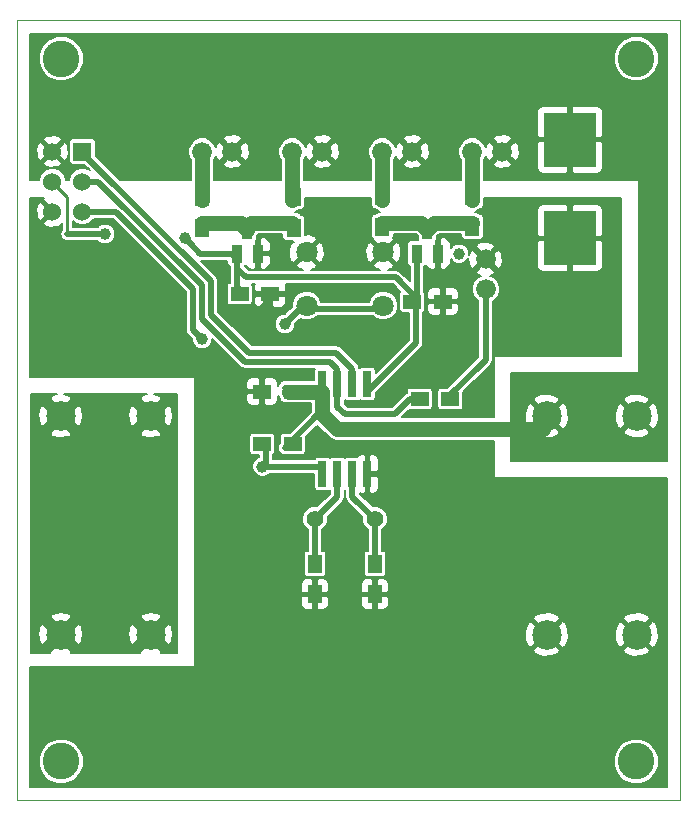
<source format=gbr>
%FSLAX46Y46*%
G04 Gerber Fmt 4.6, Leading zero omitted, Abs format (unit mm)*
G04 Created by KiCad (PCBNEW (2014-09-18 BZR 5141)-product) date Mon 13 Oct 2014 02:33:10 PM EEST*
%MOMM*%
G01*
G04 APERTURE LIST*
%ADD10C,0.150000*%
%ADD11C,0.100000*%
%ADD12R,0.914400X1.500000*%
%ADD13C,2.500000*%
%ADD14C,1.800000*%
%ADD15C,3.100000*%
%ADD16R,1.524000X1.524000*%
%ADD17C,1.524000*%
%ADD18C,1.676400*%
%ADD19C,1.422400*%
%ADD20R,0.700000X2.200000*%
%ADD21R,1.198880X1.501140*%
%ADD22R,1.501140X1.198880*%
%ADD23R,4.399280X4.549140*%
%ADD24C,1.000000*%
%ADD25C,0.508000*%
%ADD26C,0.254000*%
%ADD27C,1.270000*%
%ADD28C,0.203200*%
G04 APERTURE END LIST*
D10*
D11*
X89090000Y-67000000D02*
X89090000Y-133000000D01*
X145225000Y-67000000D02*
X89090000Y-67000000D01*
X145225000Y-133000000D02*
X145225000Y-67000000D01*
X89090000Y-133000000D02*
X145225000Y-133000000D01*
D12*
X124714000Y-86741000D03*
X122936000Y-86741000D03*
X123825000Y-84709000D03*
X109474000Y-86741000D03*
X107696000Y-86741000D03*
X108585000Y-84709000D03*
D13*
X133922500Y-100500000D03*
X141542500Y-100500000D03*
X92772500Y-100500000D03*
X100392500Y-100500000D03*
D14*
X113590000Y-91150000D03*
X113590000Y-86650000D03*
X120090000Y-91150000D03*
X120090000Y-86650000D03*
D15*
X92800000Y-129750000D03*
X141500000Y-129750000D03*
X92800000Y-70250000D03*
X141500000Y-70250000D03*
D16*
X94615000Y-78105000D03*
D17*
X92075000Y-78105000D03*
X94615000Y-80645000D03*
X92075000Y-80645000D03*
X94615000Y-83185000D03*
X92075000Y-83185000D03*
D18*
X128750000Y-89770000D03*
X128750000Y-87230000D03*
X107315000Y-78105000D03*
X104775000Y-78105000D03*
X114935000Y-78105000D03*
X112395000Y-78105000D03*
X122555000Y-78105000D03*
X120015000Y-78105000D03*
X130175000Y-78105000D03*
X127635000Y-78105000D03*
D19*
X114300000Y-109220000D03*
X119380000Y-109220000D03*
D20*
X114935000Y-105410000D03*
X116205000Y-105410000D03*
X117475000Y-105410000D03*
X118745000Y-105410000D03*
X118745000Y-97790000D03*
X117475000Y-97790000D03*
X116205000Y-97790000D03*
X114935000Y-97790000D03*
D13*
X100392500Y-119000000D03*
X92772500Y-119000000D03*
X141542500Y-119000000D03*
X133922500Y-119000000D03*
D21*
X127635000Y-81884520D03*
X127635000Y-84485480D03*
X120015000Y-81884520D03*
X120015000Y-84485480D03*
D22*
X122524520Y-90805000D03*
X125125480Y-90805000D03*
D21*
X112500000Y-81949520D03*
X112500000Y-84550480D03*
X104750000Y-81949520D03*
X104750000Y-84550480D03*
D22*
X107919520Y-90170000D03*
X110520480Y-90170000D03*
X109824520Y-102870000D03*
X112425480Y-102870000D03*
X125760480Y-99060000D03*
X123159520Y-99060000D03*
D21*
X114300000Y-112999520D03*
X114300000Y-115600480D03*
X119380000Y-112999520D03*
X119380000Y-115600480D03*
D22*
X112425480Y-98425000D03*
X109824520Y-98425000D03*
D23*
X135890000Y-85455760D03*
X135890000Y-77104240D03*
D24*
X126500000Y-86750000D03*
X96520000Y-85090000D03*
X103290422Y-85459578D03*
X111760000Y-92710000D03*
X104750000Y-94000000D03*
X109855000Y-104775000D03*
X134500000Y-89000000D03*
X136000000Y-89000000D03*
X137500000Y-89000000D03*
X139000000Y-89000000D03*
X111250000Y-86750000D03*
X108000000Y-99250000D03*
X108000000Y-97750000D03*
X114750000Y-117500000D03*
X113250000Y-117500000D03*
X120250000Y-117500000D03*
X118500000Y-117500000D03*
X120000000Y-107500000D03*
X120750000Y-106000000D03*
X120750000Y-104250000D03*
X91250000Y-85250000D03*
X92500000Y-86000000D03*
X94250000Y-86500000D03*
X109220000Y-91948000D03*
X119380000Y-94615000D03*
D25*
X105500000Y-91930514D02*
X105500000Y-89094712D01*
X117475000Y-96520000D02*
X116077998Y-95122998D01*
X116077998Y-95122998D02*
X108692484Y-95122998D01*
X108692484Y-95122998D02*
X105500000Y-91930514D01*
X94615000Y-78209712D02*
X94615000Y-78105000D01*
X117475000Y-98425000D02*
X117475000Y-96520000D01*
X105500000Y-89094712D02*
X94615000Y-78209712D01*
X107696000Y-86741000D02*
X107696000Y-89598500D01*
D26*
X93345000Y-81915000D02*
X92075000Y-80645000D01*
X93345000Y-81915000D02*
X93345000Y-85090000D01*
D25*
X93345000Y-85090000D02*
X96520000Y-85090000D01*
X107442000Y-86995000D02*
X107696000Y-86741000D01*
X118745000Y-98425000D02*
X122872500Y-94297500D01*
X107696000Y-86741000D02*
X104571844Y-86741000D01*
X103790421Y-85959577D02*
X103290422Y-85459578D01*
X104571844Y-86741000D02*
X103790421Y-85959577D01*
X107696000Y-88011000D02*
X107696000Y-86741000D01*
X108435000Y-88750000D02*
X107696000Y-88011000D01*
X121135000Y-88750000D02*
X108435000Y-88750000D01*
X107696000Y-89598500D02*
X108267500Y-90170000D01*
X122872500Y-94297500D02*
X122872500Y-90805000D01*
X122936000Y-86741000D02*
X122936000Y-90741500D01*
X122936000Y-90741500D02*
X122872500Y-90805000D01*
X122872500Y-90487500D02*
X121135000Y-88750000D01*
X122872500Y-90805000D02*
X122872500Y-90487500D01*
X113030000Y-91440000D02*
X111760000Y-92710000D01*
X120650000Y-91440000D02*
X113030000Y-91440000D01*
X97435000Y-83185000D02*
X103975980Y-89725980D01*
X94615000Y-83185000D02*
X97435000Y-83185000D01*
X103975980Y-93225980D02*
X104250001Y-93500001D01*
X103975980Y-89725980D02*
X103975980Y-93225980D01*
X104250001Y-93500001D02*
X104750000Y-94000000D01*
X111442500Y-104775000D02*
X114935000Y-104775000D01*
X111442500Y-104775000D02*
X109855000Y-104775000D01*
X110172500Y-104457500D02*
X109855000Y-104775000D01*
X110172500Y-102870000D02*
X110172500Y-104457500D01*
X104737990Y-92246148D02*
X108376850Y-95885008D01*
X108376850Y-95885008D02*
X115570008Y-95885008D01*
X115570008Y-95885008D02*
X116205000Y-96520000D01*
X95972649Y-80645005D02*
X104737990Y-89410346D01*
X95972644Y-80645000D02*
X95972649Y-80645005D01*
X116205000Y-96520000D02*
X116205000Y-99695000D01*
X104737990Y-89410346D02*
X104737990Y-92246148D01*
X116205000Y-99695000D02*
X116840000Y-100330000D01*
X116840000Y-100330000D02*
X121079260Y-100330000D01*
X121079260Y-100330000D02*
X122349260Y-99060000D01*
X95972649Y-80644995D02*
X95972649Y-80645005D01*
X95972644Y-80645000D02*
X95972649Y-80644995D01*
X94615000Y-80645000D02*
X95972644Y-80645000D01*
X116205000Y-96520000D02*
X115570008Y-95885008D01*
X116205000Y-97790000D02*
X116205000Y-96520000D01*
X122349260Y-99060000D02*
X123507500Y-99060000D01*
D26*
X136500000Y-85425760D02*
X139675760Y-85425760D01*
X137500000Y-89000000D02*
X136000000Y-89000000D01*
X139750000Y-88250000D02*
X139000000Y-89000000D01*
X139750000Y-85500000D02*
X139750000Y-88250000D01*
X139675760Y-85425760D02*
X139750000Y-85500000D01*
X109474000Y-86741000D02*
X111241000Y-86741000D01*
X111241000Y-86741000D02*
X111250000Y-86750000D01*
X109824520Y-98425000D02*
X108675000Y-98425000D01*
X108675000Y-98425000D02*
X108000000Y-97750000D01*
X114300000Y-115600480D02*
X114300000Y-116700000D01*
X113500000Y-117500000D02*
X113250000Y-117500000D01*
X114300000Y-116700000D02*
X113500000Y-117500000D01*
X119380000Y-115600480D02*
X119380000Y-116870000D01*
X118750000Y-117500000D02*
X118500000Y-117500000D01*
X119380000Y-116870000D02*
X118750000Y-117500000D01*
X118745000Y-105410000D02*
X119590000Y-105410000D01*
X120000000Y-106750000D02*
X120000000Y-107500000D01*
X120750000Y-106000000D02*
X120000000Y-106750000D01*
X119590000Y-105410000D02*
X120750000Y-104250000D01*
X91250000Y-85250000D02*
X92000000Y-86000000D01*
X92000000Y-86000000D02*
X92500000Y-86000000D01*
D25*
X110172500Y-90170000D02*
X110172500Y-90995500D01*
X110172500Y-90995500D02*
X109220000Y-91948000D01*
D27*
X124396500Y-84137500D02*
X123825000Y-84709000D01*
X123253500Y-84137500D02*
X123825000Y-84709000D01*
X120015000Y-84137500D02*
X123253500Y-84137500D01*
X127635000Y-84137500D02*
X124396500Y-84137500D01*
X112395000Y-78105000D02*
X112395000Y-82232500D01*
X127635000Y-78105000D02*
X127635000Y-82232500D01*
X120015000Y-78105000D02*
X120015000Y-82232500D01*
X104775000Y-78105000D02*
X104775000Y-82232500D01*
X112395000Y-84137500D02*
X108902500Y-84137500D01*
X104775000Y-84137500D02*
X108013500Y-84137500D01*
X108013500Y-84137500D02*
X108585000Y-84709000D01*
X108585000Y-84455000D02*
X108585000Y-84709000D01*
X108902500Y-84137500D02*
X108585000Y-84455000D01*
D25*
X119380000Y-113347500D02*
X119380000Y-109220000D01*
X117475000Y-104775000D02*
X117475000Y-107315000D01*
X117475000Y-107315000D02*
X119380000Y-109220000D01*
X114300000Y-113347500D02*
X114300000Y-109220000D01*
X116205000Y-104775000D02*
X116205000Y-107315000D01*
X116205000Y-107315000D02*
X114300000Y-109220000D01*
X128750000Y-95722500D02*
X125412500Y-99060000D01*
X128750000Y-89770000D02*
X128750000Y-95722500D01*
D27*
X114935000Y-98425000D02*
X112077500Y-98425000D01*
D25*
X112077500Y-98425000D02*
X111760000Y-98107500D01*
X111760000Y-103187500D02*
X114935000Y-100012500D01*
X114935000Y-98425000D02*
X114935000Y-100330000D01*
D27*
X116205000Y-101600000D02*
X133605000Y-101600000D01*
X114935000Y-100330000D02*
X116205000Y-101600000D01*
X114935000Y-100012500D02*
X114935000Y-98425000D01*
D28*
G36*
X122262900Y-94044995D02*
X121345818Y-94962077D01*
X121345818Y-90901341D01*
X121155067Y-90439689D01*
X120802169Y-90086175D01*
X120340850Y-89894618D01*
X119841341Y-89894182D01*
X119379689Y-90084933D01*
X119026175Y-90437831D01*
X118863165Y-90830400D01*
X114816505Y-90830400D01*
X114655067Y-90439689D01*
X114302169Y-90086175D01*
X113840850Y-89894618D01*
X113341341Y-89894182D01*
X112879689Y-90084933D01*
X112526175Y-90437831D01*
X112334618Y-90899150D01*
X112334291Y-91273604D01*
X111880650Y-91727245D01*
X111880650Y-90890697D01*
X111880650Y-90648183D01*
X111880650Y-90474800D01*
X111728250Y-90322400D01*
X110672880Y-90322400D01*
X110672880Y-91226640D01*
X110825280Y-91379040D01*
X111392307Y-91379040D01*
X111616361Y-91286234D01*
X111787844Y-91114751D01*
X111880650Y-90890697D01*
X111880650Y-91727245D01*
X111753501Y-91854394D01*
X111590557Y-91854252D01*
X111275975Y-91984235D01*
X111035081Y-92224709D01*
X110904549Y-92539064D01*
X110904252Y-92879443D01*
X111034235Y-93194025D01*
X111274709Y-93434919D01*
X111589064Y-93565451D01*
X111929443Y-93565748D01*
X112244025Y-93435765D01*
X112484919Y-93195291D01*
X112615451Y-92880936D01*
X112615594Y-92716509D01*
X113047730Y-92284373D01*
X113339150Y-92405382D01*
X113838659Y-92405818D01*
X114300311Y-92215067D01*
X114466066Y-92049600D01*
X119213892Y-92049600D01*
X119377831Y-92213825D01*
X119839150Y-92405382D01*
X120338659Y-92405818D01*
X120800311Y-92215067D01*
X121153825Y-91862169D01*
X121345382Y-91400850D01*
X121345818Y-90901341D01*
X121345818Y-94962077D01*
X119450600Y-96857295D01*
X119450600Y-96619267D01*
X119396463Y-96488569D01*
X119296431Y-96388537D01*
X119165733Y-96334400D01*
X119024267Y-96334400D01*
X118324267Y-96334400D01*
X118193569Y-96388537D01*
X118110000Y-96472106D01*
X118066400Y-96428506D01*
X118038197Y-96286716D01*
X117906052Y-96088948D01*
X116509050Y-94691946D01*
X116311282Y-94559801D01*
X116077998Y-94513398D01*
X110368080Y-94513398D01*
X110368080Y-91226640D01*
X110368080Y-90322400D01*
X109312710Y-90322400D01*
X109160310Y-90474800D01*
X109160310Y-90648183D01*
X109160310Y-90890697D01*
X109253116Y-91114751D01*
X109424599Y-91286234D01*
X109648653Y-91379040D01*
X110215680Y-91379040D01*
X110368080Y-91226640D01*
X110368080Y-94513398D01*
X108944988Y-94513398D01*
X106109600Y-91678010D01*
X106109600Y-89094712D01*
X106063197Y-88861429D01*
X106063197Y-88861428D01*
X106010267Y-88782213D01*
X105931053Y-88663660D01*
X104617992Y-87350600D01*
X106883200Y-87350600D01*
X106883200Y-87561733D01*
X106937337Y-87692431D01*
X107037369Y-87792463D01*
X107086400Y-87812772D01*
X107086400Y-88011000D01*
X107086400Y-89219854D01*
X106967519Y-89269097D01*
X106867487Y-89369129D01*
X106813350Y-89499827D01*
X106813350Y-89641293D01*
X106813350Y-90840173D01*
X106867487Y-90970871D01*
X106967519Y-91070903D01*
X107098217Y-91125040D01*
X107239683Y-91125040D01*
X108740823Y-91125040D01*
X108871521Y-91070903D01*
X108971553Y-90970871D01*
X109025690Y-90840173D01*
X109025690Y-90698707D01*
X109025690Y-89499827D01*
X108971553Y-89369129D01*
X108962024Y-89359600D01*
X109197466Y-89359600D01*
X109160310Y-89449303D01*
X109160310Y-89691817D01*
X109160310Y-89865200D01*
X109312710Y-90017600D01*
X110368080Y-90017600D01*
X110368080Y-89997600D01*
X110672880Y-89997600D01*
X110672880Y-90017600D01*
X111728250Y-90017600D01*
X111880650Y-89865200D01*
X111880650Y-89691817D01*
X111880650Y-89449303D01*
X111843493Y-89359600D01*
X120882496Y-89359600D01*
X121499756Y-89976860D01*
X121472487Y-90004129D01*
X121418350Y-90134827D01*
X121418350Y-90276293D01*
X121418350Y-91475173D01*
X121472487Y-91605871D01*
X121572519Y-91705903D01*
X121703217Y-91760040D01*
X121844683Y-91760040D01*
X122262900Y-91760040D01*
X122262900Y-94044995D01*
X122262900Y-94044995D01*
G37*
X122262900Y-94044995D02*
X121345818Y-94962077D01*
X121345818Y-90901341D01*
X121155067Y-90439689D01*
X120802169Y-90086175D01*
X120340850Y-89894618D01*
X119841341Y-89894182D01*
X119379689Y-90084933D01*
X119026175Y-90437831D01*
X118863165Y-90830400D01*
X114816505Y-90830400D01*
X114655067Y-90439689D01*
X114302169Y-90086175D01*
X113840850Y-89894618D01*
X113341341Y-89894182D01*
X112879689Y-90084933D01*
X112526175Y-90437831D01*
X112334618Y-90899150D01*
X112334291Y-91273604D01*
X111880650Y-91727245D01*
X111880650Y-90890697D01*
X111880650Y-90648183D01*
X111880650Y-90474800D01*
X111728250Y-90322400D01*
X110672880Y-90322400D01*
X110672880Y-91226640D01*
X110825280Y-91379040D01*
X111392307Y-91379040D01*
X111616361Y-91286234D01*
X111787844Y-91114751D01*
X111880650Y-90890697D01*
X111880650Y-91727245D01*
X111753501Y-91854394D01*
X111590557Y-91854252D01*
X111275975Y-91984235D01*
X111035081Y-92224709D01*
X110904549Y-92539064D01*
X110904252Y-92879443D01*
X111034235Y-93194025D01*
X111274709Y-93434919D01*
X111589064Y-93565451D01*
X111929443Y-93565748D01*
X112244025Y-93435765D01*
X112484919Y-93195291D01*
X112615451Y-92880936D01*
X112615594Y-92716509D01*
X113047730Y-92284373D01*
X113339150Y-92405382D01*
X113838659Y-92405818D01*
X114300311Y-92215067D01*
X114466066Y-92049600D01*
X119213892Y-92049600D01*
X119377831Y-92213825D01*
X119839150Y-92405382D01*
X120338659Y-92405818D01*
X120800311Y-92215067D01*
X121153825Y-91862169D01*
X121345382Y-91400850D01*
X121345818Y-90901341D01*
X121345818Y-94962077D01*
X119450600Y-96857295D01*
X119450600Y-96619267D01*
X119396463Y-96488569D01*
X119296431Y-96388537D01*
X119165733Y-96334400D01*
X119024267Y-96334400D01*
X118324267Y-96334400D01*
X118193569Y-96388537D01*
X118110000Y-96472106D01*
X118066400Y-96428506D01*
X118038197Y-96286716D01*
X117906052Y-96088948D01*
X116509050Y-94691946D01*
X116311282Y-94559801D01*
X116077998Y-94513398D01*
X110368080Y-94513398D01*
X110368080Y-91226640D01*
X110368080Y-90322400D01*
X109312710Y-90322400D01*
X109160310Y-90474800D01*
X109160310Y-90648183D01*
X109160310Y-90890697D01*
X109253116Y-91114751D01*
X109424599Y-91286234D01*
X109648653Y-91379040D01*
X110215680Y-91379040D01*
X110368080Y-91226640D01*
X110368080Y-94513398D01*
X108944988Y-94513398D01*
X106109600Y-91678010D01*
X106109600Y-89094712D01*
X106063197Y-88861429D01*
X106063197Y-88861428D01*
X106010267Y-88782213D01*
X105931053Y-88663660D01*
X104617992Y-87350600D01*
X106883200Y-87350600D01*
X106883200Y-87561733D01*
X106937337Y-87692431D01*
X107037369Y-87792463D01*
X107086400Y-87812772D01*
X107086400Y-88011000D01*
X107086400Y-89219854D01*
X106967519Y-89269097D01*
X106867487Y-89369129D01*
X106813350Y-89499827D01*
X106813350Y-89641293D01*
X106813350Y-90840173D01*
X106867487Y-90970871D01*
X106967519Y-91070903D01*
X107098217Y-91125040D01*
X107239683Y-91125040D01*
X108740823Y-91125040D01*
X108871521Y-91070903D01*
X108971553Y-90970871D01*
X109025690Y-90840173D01*
X109025690Y-90698707D01*
X109025690Y-89499827D01*
X108971553Y-89369129D01*
X108962024Y-89359600D01*
X109197466Y-89359600D01*
X109160310Y-89449303D01*
X109160310Y-89691817D01*
X109160310Y-89865200D01*
X109312710Y-90017600D01*
X110368080Y-90017600D01*
X110368080Y-89997600D01*
X110672880Y-89997600D01*
X110672880Y-90017600D01*
X111728250Y-90017600D01*
X111880650Y-89865200D01*
X111880650Y-89691817D01*
X111880650Y-89449303D01*
X111843493Y-89359600D01*
X120882496Y-89359600D01*
X121499756Y-89976860D01*
X121472487Y-90004129D01*
X121418350Y-90134827D01*
X121418350Y-90276293D01*
X121418350Y-91475173D01*
X121472487Y-91605871D01*
X121572519Y-91705903D01*
X121703217Y-91760040D01*
X121844683Y-91760040D01*
X122262900Y-91760040D01*
X122262900Y-94044995D01*
G36*
X123055968Y-85635400D02*
X122408067Y-85635400D01*
X122277369Y-85689537D01*
X122177337Y-85789569D01*
X122123200Y-85920267D01*
X122123200Y-86061733D01*
X122123200Y-87561733D01*
X122177337Y-87692431D01*
X122277369Y-87792463D01*
X122326400Y-87812772D01*
X122326400Y-89079296D01*
X121614871Y-88367767D01*
X121614871Y-86859358D01*
X121578914Y-86259879D01*
X121418679Y-85873035D01*
X121172422Y-85783104D01*
X120305526Y-86650000D01*
X121172422Y-87516896D01*
X121418679Y-87426965D01*
X121614871Y-86859358D01*
X121614871Y-88367767D01*
X121566052Y-88318948D01*
X121368284Y-88186803D01*
X121135000Y-88140400D01*
X120455346Y-88140400D01*
X120480121Y-88138914D01*
X120866965Y-87978679D01*
X120956896Y-87732422D01*
X120090000Y-86865526D01*
X119874474Y-87081052D01*
X119874474Y-86650000D01*
X119007578Y-85783104D01*
X118761321Y-85873035D01*
X118565129Y-86440642D01*
X118601086Y-87040121D01*
X118761321Y-87426965D01*
X119007578Y-87516896D01*
X119874474Y-86650000D01*
X119874474Y-87081052D01*
X119223104Y-87732422D01*
X119313035Y-87978679D01*
X119780913Y-88140400D01*
X115114871Y-88140400D01*
X115114871Y-86859358D01*
X115078914Y-86259879D01*
X114918679Y-85873035D01*
X114672422Y-85783104D01*
X113805526Y-86650000D01*
X114672422Y-87516896D01*
X114918679Y-87426965D01*
X115114871Y-86859358D01*
X115114871Y-88140400D01*
X113955346Y-88140400D01*
X113980121Y-88138914D01*
X114366965Y-87978679D01*
X114456896Y-87732422D01*
X113590000Y-86865526D01*
X113374474Y-87081052D01*
X112723104Y-87732422D01*
X112813035Y-87978679D01*
X113280913Y-88140400D01*
X110540800Y-88140400D01*
X110540800Y-87612257D01*
X110540800Y-87369743D01*
X110540800Y-87045800D01*
X110540800Y-86436200D01*
X110540800Y-86112257D01*
X110540800Y-85869743D01*
X110447994Y-85645689D01*
X110276511Y-85474206D01*
X110052457Y-85381400D01*
X109778800Y-85381400D01*
X109626400Y-85533800D01*
X109626400Y-86588600D01*
X110388400Y-86588600D01*
X110540800Y-86436200D01*
X110540800Y-87045800D01*
X110388400Y-86893400D01*
X109626400Y-86893400D01*
X109626400Y-87948200D01*
X109778800Y-88100600D01*
X110052457Y-88100600D01*
X110276511Y-88007794D01*
X110447994Y-87836311D01*
X110540800Y-87612257D01*
X110540800Y-88140400D01*
X108687504Y-88140400D01*
X108343979Y-87796875D01*
X108354631Y-87792463D01*
X108444583Y-87702510D01*
X108500006Y-87836311D01*
X108671489Y-88007794D01*
X108895543Y-88100600D01*
X109169200Y-88100600D01*
X109321600Y-87948200D01*
X109321600Y-86893400D01*
X109301600Y-86893400D01*
X109301600Y-86588600D01*
X109321600Y-86588600D01*
X109321600Y-85682494D01*
X109343663Y-85660431D01*
X109397800Y-85529733D01*
X109397800Y-85388267D01*
X109397800Y-85241331D01*
X109473458Y-85128100D01*
X111544960Y-85128100D01*
X111544960Y-85371783D01*
X111599097Y-85502481D01*
X111699129Y-85602513D01*
X111829827Y-85656650D01*
X111971293Y-85656650D01*
X112409443Y-85656650D01*
X112395282Y-85670811D01*
X112507575Y-85783104D01*
X112261321Y-85873035D01*
X112065129Y-86440642D01*
X112101086Y-87040121D01*
X112261321Y-87426965D01*
X112507578Y-87516896D01*
X113374474Y-86650000D01*
X113360331Y-86635857D01*
X113575857Y-86420331D01*
X113590000Y-86434474D01*
X114456896Y-85567578D01*
X114366965Y-85321321D01*
X113799358Y-85125129D01*
X113455040Y-85145781D01*
X113455040Y-83729177D01*
X113400903Y-83598479D01*
X113300871Y-83498447D01*
X113170173Y-83444310D01*
X113100317Y-83444310D01*
X113095460Y-83437040D01*
X112774086Y-83222305D01*
X112586541Y-83185000D01*
X112774086Y-83147695D01*
X112911781Y-83055690D01*
X113170173Y-83055690D01*
X113300871Y-83001553D01*
X113400903Y-82901521D01*
X113455040Y-82770823D01*
X113455040Y-82629357D01*
X113455040Y-82016600D01*
X119024400Y-82016600D01*
X119024400Y-82232500D01*
X119059960Y-82411271D01*
X119059960Y-82705823D01*
X119114097Y-82836521D01*
X119214129Y-82936553D01*
X119344827Y-82990690D01*
X119400939Y-82990690D01*
X119635914Y-83147695D01*
X119823458Y-83185000D01*
X119635914Y-83222305D01*
X119400939Y-83379310D01*
X119344827Y-83379310D01*
X119214129Y-83433447D01*
X119114097Y-83533479D01*
X119059960Y-83664177D01*
X119059960Y-83805643D01*
X119059960Y-83958728D01*
X119024400Y-84137500D01*
X119059960Y-84316271D01*
X119059960Y-85306783D01*
X119114097Y-85437481D01*
X119214129Y-85537513D01*
X119231461Y-85544692D01*
X119223104Y-85567578D01*
X120090000Y-86434474D01*
X120956896Y-85567578D01*
X120911129Y-85442254D01*
X120915903Y-85437481D01*
X120970040Y-85306783D01*
X120970040Y-85165317D01*
X120970040Y-85128100D01*
X122843180Y-85128100D01*
X123012200Y-85297120D01*
X123012200Y-85529733D01*
X123055968Y-85635400D01*
X123055968Y-85635400D01*
G37*
X123055968Y-85635400D02*
X122408067Y-85635400D01*
X122277369Y-85689537D01*
X122177337Y-85789569D01*
X122123200Y-85920267D01*
X122123200Y-86061733D01*
X122123200Y-87561733D01*
X122177337Y-87692431D01*
X122277369Y-87792463D01*
X122326400Y-87812772D01*
X122326400Y-89079296D01*
X121614871Y-88367767D01*
X121614871Y-86859358D01*
X121578914Y-86259879D01*
X121418679Y-85873035D01*
X121172422Y-85783104D01*
X120305526Y-86650000D01*
X121172422Y-87516896D01*
X121418679Y-87426965D01*
X121614871Y-86859358D01*
X121614871Y-88367767D01*
X121566052Y-88318948D01*
X121368284Y-88186803D01*
X121135000Y-88140400D01*
X120455346Y-88140400D01*
X120480121Y-88138914D01*
X120866965Y-87978679D01*
X120956896Y-87732422D01*
X120090000Y-86865526D01*
X119874474Y-87081052D01*
X119874474Y-86650000D01*
X119007578Y-85783104D01*
X118761321Y-85873035D01*
X118565129Y-86440642D01*
X118601086Y-87040121D01*
X118761321Y-87426965D01*
X119007578Y-87516896D01*
X119874474Y-86650000D01*
X119874474Y-87081052D01*
X119223104Y-87732422D01*
X119313035Y-87978679D01*
X119780913Y-88140400D01*
X115114871Y-88140400D01*
X115114871Y-86859358D01*
X115078914Y-86259879D01*
X114918679Y-85873035D01*
X114672422Y-85783104D01*
X113805526Y-86650000D01*
X114672422Y-87516896D01*
X114918679Y-87426965D01*
X115114871Y-86859358D01*
X115114871Y-88140400D01*
X113955346Y-88140400D01*
X113980121Y-88138914D01*
X114366965Y-87978679D01*
X114456896Y-87732422D01*
X113590000Y-86865526D01*
X113374474Y-87081052D01*
X112723104Y-87732422D01*
X112813035Y-87978679D01*
X113280913Y-88140400D01*
X110540800Y-88140400D01*
X110540800Y-87612257D01*
X110540800Y-87369743D01*
X110540800Y-87045800D01*
X110540800Y-86436200D01*
X110540800Y-86112257D01*
X110540800Y-85869743D01*
X110447994Y-85645689D01*
X110276511Y-85474206D01*
X110052457Y-85381400D01*
X109778800Y-85381400D01*
X109626400Y-85533800D01*
X109626400Y-86588600D01*
X110388400Y-86588600D01*
X110540800Y-86436200D01*
X110540800Y-87045800D01*
X110388400Y-86893400D01*
X109626400Y-86893400D01*
X109626400Y-87948200D01*
X109778800Y-88100600D01*
X110052457Y-88100600D01*
X110276511Y-88007794D01*
X110447994Y-87836311D01*
X110540800Y-87612257D01*
X110540800Y-88140400D01*
X108687504Y-88140400D01*
X108343979Y-87796875D01*
X108354631Y-87792463D01*
X108444583Y-87702510D01*
X108500006Y-87836311D01*
X108671489Y-88007794D01*
X108895543Y-88100600D01*
X109169200Y-88100600D01*
X109321600Y-87948200D01*
X109321600Y-86893400D01*
X109301600Y-86893400D01*
X109301600Y-86588600D01*
X109321600Y-86588600D01*
X109321600Y-85682494D01*
X109343663Y-85660431D01*
X109397800Y-85529733D01*
X109397800Y-85388267D01*
X109397800Y-85241331D01*
X109473458Y-85128100D01*
X111544960Y-85128100D01*
X111544960Y-85371783D01*
X111599097Y-85502481D01*
X111699129Y-85602513D01*
X111829827Y-85656650D01*
X111971293Y-85656650D01*
X112409443Y-85656650D01*
X112395282Y-85670811D01*
X112507575Y-85783104D01*
X112261321Y-85873035D01*
X112065129Y-86440642D01*
X112101086Y-87040121D01*
X112261321Y-87426965D01*
X112507578Y-87516896D01*
X113374474Y-86650000D01*
X113360331Y-86635857D01*
X113575857Y-86420331D01*
X113590000Y-86434474D01*
X114456896Y-85567578D01*
X114366965Y-85321321D01*
X113799358Y-85125129D01*
X113455040Y-85145781D01*
X113455040Y-83729177D01*
X113400903Y-83598479D01*
X113300871Y-83498447D01*
X113170173Y-83444310D01*
X113100317Y-83444310D01*
X113095460Y-83437040D01*
X112774086Y-83222305D01*
X112586541Y-83185000D01*
X112774086Y-83147695D01*
X112911781Y-83055690D01*
X113170173Y-83055690D01*
X113300871Y-83001553D01*
X113400903Y-82901521D01*
X113455040Y-82770823D01*
X113455040Y-82629357D01*
X113455040Y-82016600D01*
X119024400Y-82016600D01*
X119024400Y-82232500D01*
X119059960Y-82411271D01*
X119059960Y-82705823D01*
X119114097Y-82836521D01*
X119214129Y-82936553D01*
X119344827Y-82990690D01*
X119400939Y-82990690D01*
X119635914Y-83147695D01*
X119823458Y-83185000D01*
X119635914Y-83222305D01*
X119400939Y-83379310D01*
X119344827Y-83379310D01*
X119214129Y-83433447D01*
X119114097Y-83533479D01*
X119059960Y-83664177D01*
X119059960Y-83805643D01*
X119059960Y-83958728D01*
X119024400Y-84137500D01*
X119059960Y-84316271D01*
X119059960Y-85306783D01*
X119114097Y-85437481D01*
X119214129Y-85537513D01*
X119231461Y-85544692D01*
X119223104Y-85567578D01*
X120090000Y-86434474D01*
X120956896Y-85567578D01*
X120911129Y-85442254D01*
X120915903Y-85437481D01*
X120970040Y-85306783D01*
X120970040Y-85165317D01*
X120970040Y-85128100D01*
X122843180Y-85128100D01*
X123012200Y-85297120D01*
X123012200Y-85529733D01*
X123055968Y-85635400D01*
G36*
X140233400Y-95418400D02*
X138699240Y-95418400D01*
X138699240Y-87851587D01*
X138699240Y-85760560D01*
X138699240Y-85150960D01*
X138699240Y-83059933D01*
X138606434Y-82835879D01*
X138434951Y-82664396D01*
X138210897Y-82571590D01*
X137968383Y-82571590D01*
X136194800Y-82571590D01*
X136042400Y-82723990D01*
X136042400Y-85303360D01*
X138546840Y-85303360D01*
X138699240Y-85150960D01*
X138699240Y-85760560D01*
X138546840Y-85608160D01*
X136042400Y-85608160D01*
X136042400Y-88187530D01*
X136194800Y-88339930D01*
X137968383Y-88339930D01*
X138210897Y-88339930D01*
X138434951Y-88247124D01*
X138606434Y-88075641D01*
X138699240Y-87851587D01*
X138699240Y-95418400D01*
X135737600Y-95418400D01*
X135737600Y-88187530D01*
X135737600Y-85608160D01*
X135737600Y-85303360D01*
X135737600Y-82723990D01*
X135585200Y-82571590D01*
X133811617Y-82571590D01*
X133569103Y-82571590D01*
X133345049Y-82664396D01*
X133173566Y-82835879D01*
X133080760Y-83059933D01*
X133080760Y-85150960D01*
X133233160Y-85303360D01*
X135737600Y-85303360D01*
X135737600Y-85608160D01*
X133233160Y-85608160D01*
X133080760Y-85760560D01*
X133080760Y-87851587D01*
X133173566Y-88075641D01*
X133345049Y-88247124D01*
X133569103Y-88339930D01*
X133811617Y-88339930D01*
X135585200Y-88339930D01*
X135737600Y-88187530D01*
X135737600Y-95418400D01*
X130213285Y-95418400D01*
X130213285Y-87424572D01*
X130176358Y-86849787D01*
X130027439Y-86490264D01*
X129787582Y-86407945D01*
X129572055Y-86623471D01*
X129572055Y-86192418D01*
X129489736Y-85952561D01*
X128944572Y-85766715D01*
X128369787Y-85803642D01*
X128010264Y-85952561D01*
X127927945Y-86192418D01*
X128750000Y-87014474D01*
X129572055Y-86192418D01*
X129572055Y-86623471D01*
X128965526Y-87230000D01*
X129787582Y-88052055D01*
X130027439Y-87969736D01*
X130213285Y-87424572D01*
X130213285Y-95418400D01*
X129944007Y-95418400D01*
X129944007Y-89533580D01*
X129762645Y-89094650D01*
X129427116Y-88758536D01*
X129155659Y-88645817D01*
X129489736Y-88507439D01*
X129572055Y-88267582D01*
X128750000Y-87445526D01*
X128534474Y-87661052D01*
X128534474Y-87230000D01*
X127712418Y-86407945D01*
X127472561Y-86490264D01*
X127355527Y-86833572D01*
X127355748Y-86580557D01*
X127225765Y-86265975D01*
X126985291Y-86025081D01*
X126670936Y-85894549D01*
X126330557Y-85894252D01*
X126015975Y-86024235D01*
X125780800Y-86258999D01*
X125780800Y-86112257D01*
X125780800Y-85869743D01*
X125687994Y-85645689D01*
X125516511Y-85474206D01*
X125292457Y-85381400D01*
X125018800Y-85381400D01*
X124866400Y-85533800D01*
X124866400Y-86588600D01*
X124886400Y-86588600D01*
X124886400Y-86893400D01*
X124866400Y-86893400D01*
X124866400Y-87948200D01*
X125018800Y-88100600D01*
X125292457Y-88100600D01*
X125516511Y-88007794D01*
X125687994Y-87836311D01*
X125780800Y-87612257D01*
X125780800Y-87369743D01*
X125780800Y-87240601D01*
X126014709Y-87474919D01*
X126329064Y-87605451D01*
X126669443Y-87605748D01*
X126984025Y-87475765D01*
X127224919Y-87235291D01*
X127289554Y-87079631D01*
X127323642Y-87610213D01*
X127472561Y-87969736D01*
X127712418Y-88052055D01*
X128534474Y-87230000D01*
X128534474Y-87661052D01*
X127927945Y-88267582D01*
X128010264Y-88507439D01*
X128376957Y-88632444D01*
X128074650Y-88757355D01*
X127738536Y-89092884D01*
X127556408Y-89531497D01*
X127555993Y-90006420D01*
X127737355Y-90445350D01*
X128072884Y-90781464D01*
X128140400Y-90809499D01*
X128140400Y-95469996D01*
X126485650Y-97124746D01*
X126485650Y-91525697D01*
X126485650Y-91283183D01*
X126485650Y-91109800D01*
X126485650Y-90500200D01*
X126485650Y-90326817D01*
X126485650Y-90084303D01*
X126392844Y-89860249D01*
X126221361Y-89688766D01*
X125997307Y-89595960D01*
X125430280Y-89595960D01*
X125277880Y-89748360D01*
X125277880Y-90652600D01*
X126333250Y-90652600D01*
X126485650Y-90500200D01*
X126485650Y-91109800D01*
X126333250Y-90957400D01*
X125277880Y-90957400D01*
X125277880Y-91861640D01*
X125430280Y-92014040D01*
X125997307Y-92014040D01*
X126221361Y-91921234D01*
X126392844Y-91749751D01*
X126485650Y-91525697D01*
X126485650Y-97124746D01*
X125505436Y-98104960D01*
X124973080Y-98104960D01*
X124973080Y-91861640D01*
X124973080Y-90957400D01*
X124973080Y-90652600D01*
X124973080Y-89748360D01*
X124820680Y-89595960D01*
X124253653Y-89595960D01*
X124029599Y-89688766D01*
X123858116Y-89860249D01*
X123765310Y-90084303D01*
X123765310Y-90326817D01*
X123765310Y-90500200D01*
X123917710Y-90652600D01*
X124973080Y-90652600D01*
X124973080Y-90957400D01*
X123917710Y-90957400D01*
X123765310Y-91109800D01*
X123765310Y-91283183D01*
X123765310Y-91525697D01*
X123858116Y-91749751D01*
X124029599Y-91921234D01*
X124253653Y-92014040D01*
X124820680Y-92014040D01*
X124973080Y-91861640D01*
X124973080Y-98104960D01*
X124939177Y-98104960D01*
X124808479Y-98159097D01*
X124708447Y-98259129D01*
X124654310Y-98389827D01*
X124654310Y-98531293D01*
X124654310Y-99730173D01*
X124708447Y-99860871D01*
X124808479Y-99960903D01*
X124939177Y-100015040D01*
X125080643Y-100015040D01*
X126581783Y-100015040D01*
X126712481Y-99960903D01*
X126812513Y-99860871D01*
X126866650Y-99730173D01*
X126866650Y-99588707D01*
X126866650Y-98467954D01*
X129181052Y-96153552D01*
X129313197Y-95955784D01*
X129359600Y-95722500D01*
X129359600Y-90809812D01*
X129425350Y-90782645D01*
X129761464Y-90447116D01*
X129943592Y-90008503D01*
X129944007Y-89533580D01*
X129944007Y-95418400D01*
X129438400Y-95418400D01*
X129438400Y-100609400D01*
X121661964Y-100609400D01*
X122280309Y-99991054D01*
X122338217Y-100015040D01*
X122479683Y-100015040D01*
X123980823Y-100015040D01*
X124111521Y-99960903D01*
X124211553Y-99860871D01*
X124265690Y-99730173D01*
X124265690Y-99588707D01*
X124265690Y-98389827D01*
X124211553Y-98259129D01*
X124111521Y-98159097D01*
X123980823Y-98104960D01*
X123839357Y-98104960D01*
X122338217Y-98104960D01*
X122207519Y-98159097D01*
X122107487Y-98259129D01*
X122053350Y-98389827D01*
X122053350Y-98531293D01*
X122053350Y-98538648D01*
X121918208Y-98628948D01*
X120826756Y-99720400D01*
X117092504Y-99720400D01*
X116814600Y-99442495D01*
X116814600Y-99133294D01*
X116840000Y-99107894D01*
X116923569Y-99191463D01*
X117054267Y-99245600D01*
X117195733Y-99245600D01*
X117895733Y-99245600D01*
X118026431Y-99191463D01*
X118110000Y-99107894D01*
X118193569Y-99191463D01*
X118324267Y-99245600D01*
X118465733Y-99245600D01*
X119165733Y-99245600D01*
X119296431Y-99191463D01*
X119396463Y-99091431D01*
X119450600Y-98960733D01*
X119450600Y-98819267D01*
X119450600Y-98581504D01*
X123303552Y-94728553D01*
X123303552Y-94728552D01*
X123435697Y-94530784D01*
X123482099Y-94297500D01*
X123482100Y-94297500D01*
X123482100Y-91700324D01*
X123576553Y-91605871D01*
X123630690Y-91475173D01*
X123630690Y-91333707D01*
X123630690Y-90134827D01*
X123576553Y-90004129D01*
X123545600Y-89973176D01*
X123545600Y-87812772D01*
X123594631Y-87792463D01*
X123684583Y-87702510D01*
X123740006Y-87836311D01*
X123911489Y-88007794D01*
X124135543Y-88100600D01*
X124409200Y-88100600D01*
X124561600Y-87948200D01*
X124561600Y-86893400D01*
X124541600Y-86893400D01*
X124541600Y-86588600D01*
X124561600Y-86588600D01*
X124561600Y-85682494D01*
X124583663Y-85660431D01*
X124637800Y-85529733D01*
X124637800Y-85388267D01*
X124637800Y-85297120D01*
X124806820Y-85128100D01*
X126679960Y-85128100D01*
X126679960Y-85306783D01*
X126734097Y-85437481D01*
X126834129Y-85537513D01*
X126964827Y-85591650D01*
X127106293Y-85591650D01*
X128305173Y-85591650D01*
X128435871Y-85537513D01*
X128535903Y-85437481D01*
X128590040Y-85306783D01*
X128590040Y-85165317D01*
X128590040Y-84316271D01*
X128625600Y-84137500D01*
X128590040Y-83958728D01*
X128590040Y-83664177D01*
X128535903Y-83533479D01*
X128435871Y-83433447D01*
X128305173Y-83379310D01*
X128249060Y-83379310D01*
X128014086Y-83222305D01*
X127826541Y-83185000D01*
X128014086Y-83147695D01*
X128249060Y-82990690D01*
X128305173Y-82990690D01*
X128435871Y-82936553D01*
X128535903Y-82836521D01*
X128590040Y-82705823D01*
X128590040Y-82564357D01*
X128590040Y-82411271D01*
X128625600Y-82232500D01*
X128625600Y-82016600D01*
X140233400Y-82016600D01*
X140233400Y-95418400D01*
X140233400Y-95418400D01*
G37*
X140233400Y-95418400D02*
X138699240Y-95418400D01*
X138699240Y-87851587D01*
X138699240Y-85760560D01*
X138699240Y-85150960D01*
X138699240Y-83059933D01*
X138606434Y-82835879D01*
X138434951Y-82664396D01*
X138210897Y-82571590D01*
X137968383Y-82571590D01*
X136194800Y-82571590D01*
X136042400Y-82723990D01*
X136042400Y-85303360D01*
X138546840Y-85303360D01*
X138699240Y-85150960D01*
X138699240Y-85760560D01*
X138546840Y-85608160D01*
X136042400Y-85608160D01*
X136042400Y-88187530D01*
X136194800Y-88339930D01*
X137968383Y-88339930D01*
X138210897Y-88339930D01*
X138434951Y-88247124D01*
X138606434Y-88075641D01*
X138699240Y-87851587D01*
X138699240Y-95418400D01*
X135737600Y-95418400D01*
X135737600Y-88187530D01*
X135737600Y-85608160D01*
X135737600Y-85303360D01*
X135737600Y-82723990D01*
X135585200Y-82571590D01*
X133811617Y-82571590D01*
X133569103Y-82571590D01*
X133345049Y-82664396D01*
X133173566Y-82835879D01*
X133080760Y-83059933D01*
X133080760Y-85150960D01*
X133233160Y-85303360D01*
X135737600Y-85303360D01*
X135737600Y-85608160D01*
X133233160Y-85608160D01*
X133080760Y-85760560D01*
X133080760Y-87851587D01*
X133173566Y-88075641D01*
X133345049Y-88247124D01*
X133569103Y-88339930D01*
X133811617Y-88339930D01*
X135585200Y-88339930D01*
X135737600Y-88187530D01*
X135737600Y-95418400D01*
X130213285Y-95418400D01*
X130213285Y-87424572D01*
X130176358Y-86849787D01*
X130027439Y-86490264D01*
X129787582Y-86407945D01*
X129572055Y-86623471D01*
X129572055Y-86192418D01*
X129489736Y-85952561D01*
X128944572Y-85766715D01*
X128369787Y-85803642D01*
X128010264Y-85952561D01*
X127927945Y-86192418D01*
X128750000Y-87014474D01*
X129572055Y-86192418D01*
X129572055Y-86623471D01*
X128965526Y-87230000D01*
X129787582Y-88052055D01*
X130027439Y-87969736D01*
X130213285Y-87424572D01*
X130213285Y-95418400D01*
X129944007Y-95418400D01*
X129944007Y-89533580D01*
X129762645Y-89094650D01*
X129427116Y-88758536D01*
X129155659Y-88645817D01*
X129489736Y-88507439D01*
X129572055Y-88267582D01*
X128750000Y-87445526D01*
X128534474Y-87661052D01*
X128534474Y-87230000D01*
X127712418Y-86407945D01*
X127472561Y-86490264D01*
X127355527Y-86833572D01*
X127355748Y-86580557D01*
X127225765Y-86265975D01*
X126985291Y-86025081D01*
X126670936Y-85894549D01*
X126330557Y-85894252D01*
X126015975Y-86024235D01*
X125780800Y-86258999D01*
X125780800Y-86112257D01*
X125780800Y-85869743D01*
X125687994Y-85645689D01*
X125516511Y-85474206D01*
X125292457Y-85381400D01*
X125018800Y-85381400D01*
X124866400Y-85533800D01*
X124866400Y-86588600D01*
X124886400Y-86588600D01*
X124886400Y-86893400D01*
X124866400Y-86893400D01*
X124866400Y-87948200D01*
X125018800Y-88100600D01*
X125292457Y-88100600D01*
X125516511Y-88007794D01*
X125687994Y-87836311D01*
X125780800Y-87612257D01*
X125780800Y-87369743D01*
X125780800Y-87240601D01*
X126014709Y-87474919D01*
X126329064Y-87605451D01*
X126669443Y-87605748D01*
X126984025Y-87475765D01*
X127224919Y-87235291D01*
X127289554Y-87079631D01*
X127323642Y-87610213D01*
X127472561Y-87969736D01*
X127712418Y-88052055D01*
X128534474Y-87230000D01*
X128534474Y-87661052D01*
X127927945Y-88267582D01*
X128010264Y-88507439D01*
X128376957Y-88632444D01*
X128074650Y-88757355D01*
X127738536Y-89092884D01*
X127556408Y-89531497D01*
X127555993Y-90006420D01*
X127737355Y-90445350D01*
X128072884Y-90781464D01*
X128140400Y-90809499D01*
X128140400Y-95469996D01*
X126485650Y-97124746D01*
X126485650Y-91525697D01*
X126485650Y-91283183D01*
X126485650Y-91109800D01*
X126485650Y-90500200D01*
X126485650Y-90326817D01*
X126485650Y-90084303D01*
X126392844Y-89860249D01*
X126221361Y-89688766D01*
X125997307Y-89595960D01*
X125430280Y-89595960D01*
X125277880Y-89748360D01*
X125277880Y-90652600D01*
X126333250Y-90652600D01*
X126485650Y-90500200D01*
X126485650Y-91109800D01*
X126333250Y-90957400D01*
X125277880Y-90957400D01*
X125277880Y-91861640D01*
X125430280Y-92014040D01*
X125997307Y-92014040D01*
X126221361Y-91921234D01*
X126392844Y-91749751D01*
X126485650Y-91525697D01*
X126485650Y-97124746D01*
X125505436Y-98104960D01*
X124973080Y-98104960D01*
X124973080Y-91861640D01*
X124973080Y-90957400D01*
X124973080Y-90652600D01*
X124973080Y-89748360D01*
X124820680Y-89595960D01*
X124253653Y-89595960D01*
X124029599Y-89688766D01*
X123858116Y-89860249D01*
X123765310Y-90084303D01*
X123765310Y-90326817D01*
X123765310Y-90500200D01*
X123917710Y-90652600D01*
X124973080Y-90652600D01*
X124973080Y-90957400D01*
X123917710Y-90957400D01*
X123765310Y-91109800D01*
X123765310Y-91283183D01*
X123765310Y-91525697D01*
X123858116Y-91749751D01*
X124029599Y-91921234D01*
X124253653Y-92014040D01*
X124820680Y-92014040D01*
X124973080Y-91861640D01*
X124973080Y-98104960D01*
X124939177Y-98104960D01*
X124808479Y-98159097D01*
X124708447Y-98259129D01*
X124654310Y-98389827D01*
X124654310Y-98531293D01*
X124654310Y-99730173D01*
X124708447Y-99860871D01*
X124808479Y-99960903D01*
X124939177Y-100015040D01*
X125080643Y-100015040D01*
X126581783Y-100015040D01*
X126712481Y-99960903D01*
X126812513Y-99860871D01*
X126866650Y-99730173D01*
X126866650Y-99588707D01*
X126866650Y-98467954D01*
X129181052Y-96153552D01*
X129313197Y-95955784D01*
X129359600Y-95722500D01*
X129359600Y-90809812D01*
X129425350Y-90782645D01*
X129761464Y-90447116D01*
X129943592Y-90008503D01*
X129944007Y-89533580D01*
X129944007Y-95418400D01*
X129438400Y-95418400D01*
X129438400Y-100609400D01*
X121661964Y-100609400D01*
X122280309Y-99991054D01*
X122338217Y-100015040D01*
X122479683Y-100015040D01*
X123980823Y-100015040D01*
X124111521Y-99960903D01*
X124211553Y-99860871D01*
X124265690Y-99730173D01*
X124265690Y-99588707D01*
X124265690Y-98389827D01*
X124211553Y-98259129D01*
X124111521Y-98159097D01*
X123980823Y-98104960D01*
X123839357Y-98104960D01*
X122338217Y-98104960D01*
X122207519Y-98159097D01*
X122107487Y-98259129D01*
X122053350Y-98389827D01*
X122053350Y-98531293D01*
X122053350Y-98538648D01*
X121918208Y-98628948D01*
X120826756Y-99720400D01*
X117092504Y-99720400D01*
X116814600Y-99442495D01*
X116814600Y-99133294D01*
X116840000Y-99107894D01*
X116923569Y-99191463D01*
X117054267Y-99245600D01*
X117195733Y-99245600D01*
X117895733Y-99245600D01*
X118026431Y-99191463D01*
X118110000Y-99107894D01*
X118193569Y-99191463D01*
X118324267Y-99245600D01*
X118465733Y-99245600D01*
X119165733Y-99245600D01*
X119296431Y-99191463D01*
X119396463Y-99091431D01*
X119450600Y-98960733D01*
X119450600Y-98819267D01*
X119450600Y-98581504D01*
X123303552Y-94728553D01*
X123303552Y-94728552D01*
X123435697Y-94530784D01*
X123482099Y-94297500D01*
X123482100Y-94297500D01*
X123482100Y-91700324D01*
X123576553Y-91605871D01*
X123630690Y-91475173D01*
X123630690Y-91333707D01*
X123630690Y-90134827D01*
X123576553Y-90004129D01*
X123545600Y-89973176D01*
X123545600Y-87812772D01*
X123594631Y-87792463D01*
X123684583Y-87702510D01*
X123740006Y-87836311D01*
X123911489Y-88007794D01*
X124135543Y-88100600D01*
X124409200Y-88100600D01*
X124561600Y-87948200D01*
X124561600Y-86893400D01*
X124541600Y-86893400D01*
X124541600Y-86588600D01*
X124561600Y-86588600D01*
X124561600Y-85682494D01*
X124583663Y-85660431D01*
X124637800Y-85529733D01*
X124637800Y-85388267D01*
X124637800Y-85297120D01*
X124806820Y-85128100D01*
X126679960Y-85128100D01*
X126679960Y-85306783D01*
X126734097Y-85437481D01*
X126834129Y-85537513D01*
X126964827Y-85591650D01*
X127106293Y-85591650D01*
X128305173Y-85591650D01*
X128435871Y-85537513D01*
X128535903Y-85437481D01*
X128590040Y-85306783D01*
X128590040Y-85165317D01*
X128590040Y-84316271D01*
X128625600Y-84137500D01*
X128590040Y-83958728D01*
X128590040Y-83664177D01*
X128535903Y-83533479D01*
X128435871Y-83433447D01*
X128305173Y-83379310D01*
X128249060Y-83379310D01*
X128014086Y-83222305D01*
X127826541Y-83185000D01*
X128014086Y-83147695D01*
X128249060Y-82990690D01*
X128305173Y-82990690D01*
X128435871Y-82936553D01*
X128535903Y-82836521D01*
X128590040Y-82705823D01*
X128590040Y-82564357D01*
X128590040Y-82411271D01*
X128625600Y-82232500D01*
X128625600Y-82016600D01*
X140233400Y-82016600D01*
X140233400Y-95418400D01*
G36*
X144123400Y-131898400D02*
X143415757Y-131898400D01*
X143415757Y-119292999D01*
X143385290Y-118553831D01*
X143161038Y-118012441D01*
X142878479Y-117879548D01*
X142662952Y-118095074D01*
X142662952Y-117664021D01*
X142530059Y-117381462D01*
X141835499Y-117126743D01*
X141096331Y-117157210D01*
X140554941Y-117381462D01*
X140422048Y-117664021D01*
X141542500Y-118784474D01*
X142662952Y-117664021D01*
X142662952Y-118095074D01*
X141758026Y-119000000D01*
X142878479Y-120120452D01*
X143161038Y-119987559D01*
X143415757Y-119292999D01*
X143415757Y-131898400D01*
X143405930Y-131898400D01*
X143405930Y-129372616D01*
X143116431Y-128671974D01*
X142662952Y-128217703D01*
X142662952Y-120335979D01*
X141542500Y-119215526D01*
X141326974Y-119431052D01*
X141326974Y-119000000D01*
X140206521Y-117879548D01*
X139923962Y-118012441D01*
X139669243Y-118707001D01*
X139699710Y-119446169D01*
X139923962Y-119987559D01*
X140206521Y-120120452D01*
X141326974Y-119000000D01*
X141326974Y-119431052D01*
X140422048Y-120335979D01*
X140554941Y-120618538D01*
X141249501Y-120873257D01*
X141988669Y-120842790D01*
X142530059Y-120618538D01*
X142662952Y-120335979D01*
X142662952Y-128217703D01*
X142580845Y-128135453D01*
X141880710Y-127844731D01*
X141122616Y-127844070D01*
X140421974Y-128133569D01*
X139885453Y-128669155D01*
X139594731Y-129369290D01*
X139594070Y-130127384D01*
X139883569Y-130828026D01*
X140419155Y-131364547D01*
X141119290Y-131655269D01*
X141877384Y-131655930D01*
X142578026Y-131366431D01*
X143114547Y-130830845D01*
X143405269Y-130130710D01*
X143405930Y-129372616D01*
X143405930Y-131898400D01*
X135795757Y-131898400D01*
X135795757Y-119292999D01*
X135765290Y-118553831D01*
X135541038Y-118012441D01*
X135258479Y-117879548D01*
X135042952Y-118095074D01*
X135042952Y-117664021D01*
X134910059Y-117381462D01*
X134215499Y-117126743D01*
X133476331Y-117157210D01*
X132934941Y-117381462D01*
X132802048Y-117664021D01*
X133922500Y-118784474D01*
X135042952Y-117664021D01*
X135042952Y-118095074D01*
X134138026Y-119000000D01*
X135258479Y-120120452D01*
X135541038Y-119987559D01*
X135795757Y-119292999D01*
X135795757Y-131898400D01*
X135042952Y-131898400D01*
X135042952Y-120335979D01*
X133922500Y-119215526D01*
X133706974Y-119431052D01*
X133706974Y-119000000D01*
X132586521Y-117879548D01*
X132303962Y-118012441D01*
X132049243Y-118707001D01*
X132079710Y-119446169D01*
X132303962Y-119987559D01*
X132586521Y-120120452D01*
X133706974Y-119000000D01*
X133706974Y-119431052D01*
X132802048Y-120335979D01*
X132934941Y-120618538D01*
X133629501Y-120873257D01*
X134368669Y-120842790D01*
X134910059Y-120618538D01*
X135042952Y-120335979D01*
X135042952Y-131898400D01*
X120589040Y-131898400D01*
X120589040Y-116472307D01*
X120589040Y-115905280D01*
X120589040Y-115295680D01*
X120589040Y-114728653D01*
X120496234Y-114504599D01*
X120446985Y-114455350D01*
X120446985Y-109008731D01*
X120284916Y-108616496D01*
X119985083Y-108316138D01*
X119704600Y-108199671D01*
X119704600Y-106631257D01*
X119704600Y-106388743D01*
X119704600Y-105714800D01*
X119704600Y-105105200D01*
X119704600Y-104431257D01*
X119704600Y-104188743D01*
X119611794Y-103964689D01*
X119440311Y-103793206D01*
X119216257Y-103700400D01*
X119049800Y-103700400D01*
X118897400Y-103852800D01*
X118897400Y-105257600D01*
X119552200Y-105257600D01*
X119704600Y-105105200D01*
X119704600Y-105714800D01*
X119552200Y-105562400D01*
X118897400Y-105562400D01*
X118897400Y-106967200D01*
X119049800Y-107119600D01*
X119216257Y-107119600D01*
X119440311Y-107026794D01*
X119611794Y-106855311D01*
X119704600Y-106631257D01*
X119704600Y-108199671D01*
X119593131Y-108153385D01*
X119175124Y-108153020D01*
X118084600Y-107062496D01*
X118084600Y-107041254D01*
X118273743Y-107119600D01*
X118440200Y-107119600D01*
X118592600Y-106967200D01*
X118592600Y-105562400D01*
X118572600Y-105562400D01*
X118572600Y-105257600D01*
X118592600Y-105257600D01*
X118592600Y-103852800D01*
X118440200Y-103700400D01*
X118273743Y-103700400D01*
X118049689Y-103793206D01*
X117888495Y-103954400D01*
X117754267Y-103954400D01*
X117054267Y-103954400D01*
X116923569Y-104008537D01*
X116840000Y-104092106D01*
X116756431Y-104008537D01*
X116625733Y-103954400D01*
X116484267Y-103954400D01*
X115784267Y-103954400D01*
X115653569Y-104008537D01*
X115570000Y-104092106D01*
X115486431Y-104008537D01*
X115355733Y-103954400D01*
X115214267Y-103954400D01*
X114514267Y-103954400D01*
X114383569Y-104008537D01*
X114283537Y-104108569D01*
X114259996Y-104165400D01*
X111442500Y-104165400D01*
X110782100Y-104165400D01*
X110782100Y-103765324D01*
X110876553Y-103670871D01*
X110930690Y-103540173D01*
X110930690Y-103398707D01*
X110930690Y-102199827D01*
X110876553Y-102069129D01*
X110776521Y-101969097D01*
X110645823Y-101914960D01*
X110504357Y-101914960D01*
X109672120Y-101914960D01*
X109672120Y-99481640D01*
X109672120Y-98577400D01*
X109672120Y-98272600D01*
X109672120Y-97368360D01*
X109519720Y-97215960D01*
X108952693Y-97215960D01*
X108728639Y-97308766D01*
X108557156Y-97480249D01*
X108464350Y-97704303D01*
X108464350Y-97946817D01*
X108464350Y-98120200D01*
X108616750Y-98272600D01*
X109672120Y-98272600D01*
X109672120Y-98577400D01*
X108616750Y-98577400D01*
X108464350Y-98729800D01*
X108464350Y-98903183D01*
X108464350Y-99145697D01*
X108557156Y-99369751D01*
X108728639Y-99541234D01*
X108952693Y-99634040D01*
X109519720Y-99634040D01*
X109672120Y-99481640D01*
X109672120Y-101914960D01*
X109003217Y-101914960D01*
X108872519Y-101969097D01*
X108772487Y-102069129D01*
X108718350Y-102199827D01*
X108718350Y-102341293D01*
X108718350Y-103540173D01*
X108772487Y-103670871D01*
X108872519Y-103770903D01*
X109003217Y-103825040D01*
X109144683Y-103825040D01*
X109562900Y-103825040D01*
X109562900Y-103969932D01*
X109370975Y-104049235D01*
X109130081Y-104289709D01*
X108999549Y-104604064D01*
X108999252Y-104944443D01*
X109129235Y-105259025D01*
X109369709Y-105499919D01*
X109684064Y-105630451D01*
X110024443Y-105630748D01*
X110339025Y-105500765D01*
X110455392Y-105384600D01*
X111442500Y-105384600D01*
X114229400Y-105384600D01*
X114229400Y-106580733D01*
X114283537Y-106711431D01*
X114383569Y-106811463D01*
X114514267Y-106865600D01*
X114655733Y-106865600D01*
X115355733Y-106865600D01*
X115486431Y-106811463D01*
X115570000Y-106727894D01*
X115595400Y-106753294D01*
X115595400Y-107062496D01*
X114504518Y-108153377D01*
X114088731Y-108153015D01*
X113696496Y-108315084D01*
X113396138Y-108614917D01*
X113233385Y-109006869D01*
X113233015Y-109431269D01*
X113395084Y-109823504D01*
X113690400Y-110119337D01*
X113690400Y-111893350D01*
X113629827Y-111893350D01*
X113499129Y-111947487D01*
X113399097Y-112047519D01*
X113344960Y-112178217D01*
X113344960Y-112319683D01*
X113344960Y-113820823D01*
X113399097Y-113951521D01*
X113499129Y-114051553D01*
X113629827Y-114105690D01*
X113771293Y-114105690D01*
X114970173Y-114105690D01*
X115100871Y-114051553D01*
X115200903Y-113951521D01*
X115255040Y-113820823D01*
X115255040Y-113679357D01*
X115255040Y-112178217D01*
X115200903Y-112047519D01*
X115100871Y-111947487D01*
X114970173Y-111893350D01*
X114909600Y-111893350D01*
X114909600Y-110118830D01*
X115203862Y-109825083D01*
X115366615Y-109433131D01*
X115366979Y-109015124D01*
X116636052Y-107746052D01*
X116768197Y-107548284D01*
X116814600Y-107315000D01*
X116814600Y-106753294D01*
X116840000Y-106727894D01*
X116865400Y-106753294D01*
X116865400Y-107315000D01*
X116911803Y-107548284D01*
X117043948Y-107746052D01*
X118313377Y-109015481D01*
X118313015Y-109431269D01*
X118475084Y-109823504D01*
X118770400Y-110119337D01*
X118770400Y-111893350D01*
X118709827Y-111893350D01*
X118579129Y-111947487D01*
X118479097Y-112047519D01*
X118424960Y-112178217D01*
X118424960Y-112319683D01*
X118424960Y-113820823D01*
X118479097Y-113951521D01*
X118579129Y-114051553D01*
X118709827Y-114105690D01*
X118851293Y-114105690D01*
X120050173Y-114105690D01*
X120180871Y-114051553D01*
X120280903Y-113951521D01*
X120335040Y-113820823D01*
X120335040Y-113679357D01*
X120335040Y-112178217D01*
X120280903Y-112047519D01*
X120180871Y-111947487D01*
X120050173Y-111893350D01*
X119989600Y-111893350D01*
X119989600Y-110118830D01*
X120283862Y-109825083D01*
X120446615Y-109433131D01*
X120446985Y-109008731D01*
X120446985Y-114455350D01*
X120324751Y-114333116D01*
X120100697Y-114240310D01*
X119858183Y-114240310D01*
X119684800Y-114240310D01*
X119532400Y-114392710D01*
X119532400Y-115448080D01*
X120436640Y-115448080D01*
X120589040Y-115295680D01*
X120589040Y-115905280D01*
X120436640Y-115752880D01*
X119532400Y-115752880D01*
X119532400Y-116808250D01*
X119684800Y-116960650D01*
X119858183Y-116960650D01*
X120100697Y-116960650D01*
X120324751Y-116867844D01*
X120496234Y-116696361D01*
X120589040Y-116472307D01*
X120589040Y-131898400D01*
X119227600Y-131898400D01*
X119227600Y-116808250D01*
X119227600Y-115752880D01*
X119227600Y-115448080D01*
X119227600Y-114392710D01*
X119075200Y-114240310D01*
X118901817Y-114240310D01*
X118659303Y-114240310D01*
X118435249Y-114333116D01*
X118263766Y-114504599D01*
X118170960Y-114728653D01*
X118170960Y-115295680D01*
X118323360Y-115448080D01*
X119227600Y-115448080D01*
X119227600Y-115752880D01*
X118323360Y-115752880D01*
X118170960Y-115905280D01*
X118170960Y-116472307D01*
X118263766Y-116696361D01*
X118435249Y-116867844D01*
X118659303Y-116960650D01*
X118901817Y-116960650D01*
X119075200Y-116960650D01*
X119227600Y-116808250D01*
X119227600Y-131898400D01*
X115509040Y-131898400D01*
X115509040Y-116472307D01*
X115509040Y-115905280D01*
X115509040Y-115295680D01*
X115509040Y-114728653D01*
X115416234Y-114504599D01*
X115244751Y-114333116D01*
X115020697Y-114240310D01*
X114778183Y-114240310D01*
X114604800Y-114240310D01*
X114452400Y-114392710D01*
X114452400Y-115448080D01*
X115356640Y-115448080D01*
X115509040Y-115295680D01*
X115509040Y-115905280D01*
X115356640Y-115752880D01*
X114452400Y-115752880D01*
X114452400Y-116808250D01*
X114604800Y-116960650D01*
X114778183Y-116960650D01*
X115020697Y-116960650D01*
X115244751Y-116867844D01*
X115416234Y-116696361D01*
X115509040Y-116472307D01*
X115509040Y-131898400D01*
X114147600Y-131898400D01*
X114147600Y-116808250D01*
X114147600Y-115752880D01*
X114147600Y-115448080D01*
X114147600Y-114392710D01*
X113995200Y-114240310D01*
X113821817Y-114240310D01*
X113579303Y-114240310D01*
X113355249Y-114333116D01*
X113183766Y-114504599D01*
X113090960Y-114728653D01*
X113090960Y-115295680D01*
X113243360Y-115448080D01*
X114147600Y-115448080D01*
X114147600Y-115752880D01*
X113243360Y-115752880D01*
X113090960Y-115905280D01*
X113090960Y-116472307D01*
X113183766Y-116696361D01*
X113355249Y-116867844D01*
X113579303Y-116960650D01*
X113821817Y-116960650D01*
X113995200Y-116960650D01*
X114147600Y-116808250D01*
X114147600Y-131898400D01*
X94705930Y-131898400D01*
X94705930Y-129372616D01*
X94416431Y-128671974D01*
X93880845Y-128135453D01*
X93180710Y-127844731D01*
X92422616Y-127844070D01*
X91721974Y-128133569D01*
X91185453Y-128669155D01*
X90894731Y-129369290D01*
X90894070Y-130127384D01*
X91183569Y-130828026D01*
X91719155Y-131364547D01*
X92419290Y-131655269D01*
X93177384Y-131655930D01*
X93878026Y-131366431D01*
X94414547Y-130830845D01*
X94705269Y-130130710D01*
X94705930Y-129372616D01*
X94705930Y-131898400D01*
X90191600Y-131898400D01*
X90191600Y-121751600D01*
X104106600Y-121751600D01*
X104106600Y-97188400D01*
X90191600Y-97188400D01*
X90191600Y-82016600D01*
X91366785Y-82016600D01*
X91308273Y-82202747D01*
X92075000Y-82969474D01*
X92089142Y-82955331D01*
X92304668Y-83170857D01*
X92290526Y-83185000D01*
X92304668Y-83199142D01*
X92089142Y-83414668D01*
X92075000Y-83400526D01*
X91859474Y-83616052D01*
X91859474Y-83185000D01*
X91092747Y-82418273D01*
X90860773Y-82491190D01*
X90687690Y-83008667D01*
X90725814Y-83552990D01*
X90860773Y-83878810D01*
X91092747Y-83951727D01*
X91859474Y-83185000D01*
X91859474Y-83616052D01*
X91308273Y-84167253D01*
X91381190Y-84399227D01*
X91898667Y-84572310D01*
X92442990Y-84534186D01*
X92768810Y-84399227D01*
X92841726Y-84167255D01*
X92841727Y-84167256D01*
X92862400Y-84187929D01*
X92862400Y-84736094D01*
X92841727Y-84767033D01*
X92781803Y-84856716D01*
X92735400Y-85090000D01*
X92781803Y-85323284D01*
X92913948Y-85521052D01*
X93111716Y-85653197D01*
X93345000Y-85699600D01*
X95919591Y-85699600D01*
X96034709Y-85814919D01*
X96349064Y-85945451D01*
X96689443Y-85945748D01*
X97004025Y-85815765D01*
X97244919Y-85575291D01*
X97375451Y-85260936D01*
X97375748Y-84920557D01*
X97245765Y-84605975D01*
X97005291Y-84365081D01*
X96690936Y-84234549D01*
X96350557Y-84234252D01*
X96035975Y-84364235D01*
X95919607Y-84480400D01*
X93827600Y-84480400D01*
X93827600Y-83978130D01*
X93981104Y-84131903D01*
X94391720Y-84302406D01*
X94836329Y-84302793D01*
X95247242Y-84133008D01*
X95561903Y-83818896D01*
X95571991Y-83794600D01*
X97182495Y-83794600D01*
X103366380Y-89978484D01*
X103366380Y-93225980D01*
X103412783Y-93459264D01*
X103544928Y-93657032D01*
X103818949Y-93931053D01*
X103894394Y-94006498D01*
X103894252Y-94169443D01*
X104024235Y-94484025D01*
X104264709Y-94724919D01*
X104579064Y-94855451D01*
X104919443Y-94855748D01*
X105234025Y-94725765D01*
X105474919Y-94485291D01*
X105605451Y-94170936D01*
X105605621Y-93975883D01*
X107945798Y-96316060D01*
X108143566Y-96448205D01*
X108376850Y-96494608D01*
X114281035Y-96494608D01*
X114229400Y-96619267D01*
X114229400Y-96760733D01*
X114229400Y-97434400D01*
X112077500Y-97434400D01*
X111898728Y-97469960D01*
X111604177Y-97469960D01*
X111473479Y-97524097D01*
X111373447Y-97624129D01*
X111360511Y-97655357D01*
X111328948Y-97676448D01*
X111196803Y-97874216D01*
X111184690Y-97935112D01*
X111184690Y-97704303D01*
X111091884Y-97480249D01*
X110920401Y-97308766D01*
X110696347Y-97215960D01*
X110129320Y-97215960D01*
X109976920Y-97368360D01*
X109976920Y-98272600D01*
X109996920Y-98272600D01*
X109996920Y-98577400D01*
X109976920Y-98577400D01*
X109976920Y-99481640D01*
X110129320Y-99634040D01*
X110696347Y-99634040D01*
X110920401Y-99541234D01*
X111091884Y-99369751D01*
X111184690Y-99145697D01*
X111184690Y-98903183D01*
X111184690Y-98837587D01*
X111319310Y-99039060D01*
X111319310Y-99095173D01*
X111373447Y-99225871D01*
X111473479Y-99325903D01*
X111604177Y-99380040D01*
X111745643Y-99380040D01*
X111898728Y-99380040D01*
X112077500Y-99415600D01*
X113944400Y-99415600D01*
X113944400Y-100012500D01*
X113965718Y-100119677D01*
X112170436Y-101914960D01*
X111604177Y-101914960D01*
X111473479Y-101969097D01*
X111373447Y-102069129D01*
X111319310Y-102199827D01*
X111319310Y-102341293D01*
X111319310Y-102770872D01*
X111196803Y-102954216D01*
X111150400Y-103187500D01*
X111196803Y-103420784D01*
X111328948Y-103618552D01*
X111360511Y-103639642D01*
X111373447Y-103670871D01*
X111473479Y-103770903D01*
X111604177Y-103825040D01*
X111745643Y-103825040D01*
X113246783Y-103825040D01*
X113377481Y-103770903D01*
X113477513Y-103670871D01*
X113531650Y-103540173D01*
X113531650Y-103398707D01*
X113531650Y-102277954D01*
X114506842Y-101302762D01*
X115504540Y-102300460D01*
X115825914Y-102515195D01*
X116205000Y-102590600D01*
X129438400Y-102590600D01*
X129438400Y-105781600D01*
X144123400Y-105781600D01*
X144123400Y-131898400D01*
X144123400Y-131898400D01*
G37*
X144123400Y-131898400D02*
X143415757Y-131898400D01*
X143415757Y-119292999D01*
X143385290Y-118553831D01*
X143161038Y-118012441D01*
X142878479Y-117879548D01*
X142662952Y-118095074D01*
X142662952Y-117664021D01*
X142530059Y-117381462D01*
X141835499Y-117126743D01*
X141096331Y-117157210D01*
X140554941Y-117381462D01*
X140422048Y-117664021D01*
X141542500Y-118784474D01*
X142662952Y-117664021D01*
X142662952Y-118095074D01*
X141758026Y-119000000D01*
X142878479Y-120120452D01*
X143161038Y-119987559D01*
X143415757Y-119292999D01*
X143415757Y-131898400D01*
X143405930Y-131898400D01*
X143405930Y-129372616D01*
X143116431Y-128671974D01*
X142662952Y-128217703D01*
X142662952Y-120335979D01*
X141542500Y-119215526D01*
X141326974Y-119431052D01*
X141326974Y-119000000D01*
X140206521Y-117879548D01*
X139923962Y-118012441D01*
X139669243Y-118707001D01*
X139699710Y-119446169D01*
X139923962Y-119987559D01*
X140206521Y-120120452D01*
X141326974Y-119000000D01*
X141326974Y-119431052D01*
X140422048Y-120335979D01*
X140554941Y-120618538D01*
X141249501Y-120873257D01*
X141988669Y-120842790D01*
X142530059Y-120618538D01*
X142662952Y-120335979D01*
X142662952Y-128217703D01*
X142580845Y-128135453D01*
X141880710Y-127844731D01*
X141122616Y-127844070D01*
X140421974Y-128133569D01*
X139885453Y-128669155D01*
X139594731Y-129369290D01*
X139594070Y-130127384D01*
X139883569Y-130828026D01*
X140419155Y-131364547D01*
X141119290Y-131655269D01*
X141877384Y-131655930D01*
X142578026Y-131366431D01*
X143114547Y-130830845D01*
X143405269Y-130130710D01*
X143405930Y-129372616D01*
X143405930Y-131898400D01*
X135795757Y-131898400D01*
X135795757Y-119292999D01*
X135765290Y-118553831D01*
X135541038Y-118012441D01*
X135258479Y-117879548D01*
X135042952Y-118095074D01*
X135042952Y-117664021D01*
X134910059Y-117381462D01*
X134215499Y-117126743D01*
X133476331Y-117157210D01*
X132934941Y-117381462D01*
X132802048Y-117664021D01*
X133922500Y-118784474D01*
X135042952Y-117664021D01*
X135042952Y-118095074D01*
X134138026Y-119000000D01*
X135258479Y-120120452D01*
X135541038Y-119987559D01*
X135795757Y-119292999D01*
X135795757Y-131898400D01*
X135042952Y-131898400D01*
X135042952Y-120335979D01*
X133922500Y-119215526D01*
X133706974Y-119431052D01*
X133706974Y-119000000D01*
X132586521Y-117879548D01*
X132303962Y-118012441D01*
X132049243Y-118707001D01*
X132079710Y-119446169D01*
X132303962Y-119987559D01*
X132586521Y-120120452D01*
X133706974Y-119000000D01*
X133706974Y-119431052D01*
X132802048Y-120335979D01*
X132934941Y-120618538D01*
X133629501Y-120873257D01*
X134368669Y-120842790D01*
X134910059Y-120618538D01*
X135042952Y-120335979D01*
X135042952Y-131898400D01*
X120589040Y-131898400D01*
X120589040Y-116472307D01*
X120589040Y-115905280D01*
X120589040Y-115295680D01*
X120589040Y-114728653D01*
X120496234Y-114504599D01*
X120446985Y-114455350D01*
X120446985Y-109008731D01*
X120284916Y-108616496D01*
X119985083Y-108316138D01*
X119704600Y-108199671D01*
X119704600Y-106631257D01*
X119704600Y-106388743D01*
X119704600Y-105714800D01*
X119704600Y-105105200D01*
X119704600Y-104431257D01*
X119704600Y-104188743D01*
X119611794Y-103964689D01*
X119440311Y-103793206D01*
X119216257Y-103700400D01*
X119049800Y-103700400D01*
X118897400Y-103852800D01*
X118897400Y-105257600D01*
X119552200Y-105257600D01*
X119704600Y-105105200D01*
X119704600Y-105714800D01*
X119552200Y-105562400D01*
X118897400Y-105562400D01*
X118897400Y-106967200D01*
X119049800Y-107119600D01*
X119216257Y-107119600D01*
X119440311Y-107026794D01*
X119611794Y-106855311D01*
X119704600Y-106631257D01*
X119704600Y-108199671D01*
X119593131Y-108153385D01*
X119175124Y-108153020D01*
X118084600Y-107062496D01*
X118084600Y-107041254D01*
X118273743Y-107119600D01*
X118440200Y-107119600D01*
X118592600Y-106967200D01*
X118592600Y-105562400D01*
X118572600Y-105562400D01*
X118572600Y-105257600D01*
X118592600Y-105257600D01*
X118592600Y-103852800D01*
X118440200Y-103700400D01*
X118273743Y-103700400D01*
X118049689Y-103793206D01*
X117888495Y-103954400D01*
X117754267Y-103954400D01*
X117054267Y-103954400D01*
X116923569Y-104008537D01*
X116840000Y-104092106D01*
X116756431Y-104008537D01*
X116625733Y-103954400D01*
X116484267Y-103954400D01*
X115784267Y-103954400D01*
X115653569Y-104008537D01*
X115570000Y-104092106D01*
X115486431Y-104008537D01*
X115355733Y-103954400D01*
X115214267Y-103954400D01*
X114514267Y-103954400D01*
X114383569Y-104008537D01*
X114283537Y-104108569D01*
X114259996Y-104165400D01*
X111442500Y-104165400D01*
X110782100Y-104165400D01*
X110782100Y-103765324D01*
X110876553Y-103670871D01*
X110930690Y-103540173D01*
X110930690Y-103398707D01*
X110930690Y-102199827D01*
X110876553Y-102069129D01*
X110776521Y-101969097D01*
X110645823Y-101914960D01*
X110504357Y-101914960D01*
X109672120Y-101914960D01*
X109672120Y-99481640D01*
X109672120Y-98577400D01*
X109672120Y-98272600D01*
X109672120Y-97368360D01*
X109519720Y-97215960D01*
X108952693Y-97215960D01*
X108728639Y-97308766D01*
X108557156Y-97480249D01*
X108464350Y-97704303D01*
X108464350Y-97946817D01*
X108464350Y-98120200D01*
X108616750Y-98272600D01*
X109672120Y-98272600D01*
X109672120Y-98577400D01*
X108616750Y-98577400D01*
X108464350Y-98729800D01*
X108464350Y-98903183D01*
X108464350Y-99145697D01*
X108557156Y-99369751D01*
X108728639Y-99541234D01*
X108952693Y-99634040D01*
X109519720Y-99634040D01*
X109672120Y-99481640D01*
X109672120Y-101914960D01*
X109003217Y-101914960D01*
X108872519Y-101969097D01*
X108772487Y-102069129D01*
X108718350Y-102199827D01*
X108718350Y-102341293D01*
X108718350Y-103540173D01*
X108772487Y-103670871D01*
X108872519Y-103770903D01*
X109003217Y-103825040D01*
X109144683Y-103825040D01*
X109562900Y-103825040D01*
X109562900Y-103969932D01*
X109370975Y-104049235D01*
X109130081Y-104289709D01*
X108999549Y-104604064D01*
X108999252Y-104944443D01*
X109129235Y-105259025D01*
X109369709Y-105499919D01*
X109684064Y-105630451D01*
X110024443Y-105630748D01*
X110339025Y-105500765D01*
X110455392Y-105384600D01*
X111442500Y-105384600D01*
X114229400Y-105384600D01*
X114229400Y-106580733D01*
X114283537Y-106711431D01*
X114383569Y-106811463D01*
X114514267Y-106865600D01*
X114655733Y-106865600D01*
X115355733Y-106865600D01*
X115486431Y-106811463D01*
X115570000Y-106727894D01*
X115595400Y-106753294D01*
X115595400Y-107062496D01*
X114504518Y-108153377D01*
X114088731Y-108153015D01*
X113696496Y-108315084D01*
X113396138Y-108614917D01*
X113233385Y-109006869D01*
X113233015Y-109431269D01*
X113395084Y-109823504D01*
X113690400Y-110119337D01*
X113690400Y-111893350D01*
X113629827Y-111893350D01*
X113499129Y-111947487D01*
X113399097Y-112047519D01*
X113344960Y-112178217D01*
X113344960Y-112319683D01*
X113344960Y-113820823D01*
X113399097Y-113951521D01*
X113499129Y-114051553D01*
X113629827Y-114105690D01*
X113771293Y-114105690D01*
X114970173Y-114105690D01*
X115100871Y-114051553D01*
X115200903Y-113951521D01*
X115255040Y-113820823D01*
X115255040Y-113679357D01*
X115255040Y-112178217D01*
X115200903Y-112047519D01*
X115100871Y-111947487D01*
X114970173Y-111893350D01*
X114909600Y-111893350D01*
X114909600Y-110118830D01*
X115203862Y-109825083D01*
X115366615Y-109433131D01*
X115366979Y-109015124D01*
X116636052Y-107746052D01*
X116768197Y-107548284D01*
X116814600Y-107315000D01*
X116814600Y-106753294D01*
X116840000Y-106727894D01*
X116865400Y-106753294D01*
X116865400Y-107315000D01*
X116911803Y-107548284D01*
X117043948Y-107746052D01*
X118313377Y-109015481D01*
X118313015Y-109431269D01*
X118475084Y-109823504D01*
X118770400Y-110119337D01*
X118770400Y-111893350D01*
X118709827Y-111893350D01*
X118579129Y-111947487D01*
X118479097Y-112047519D01*
X118424960Y-112178217D01*
X118424960Y-112319683D01*
X118424960Y-113820823D01*
X118479097Y-113951521D01*
X118579129Y-114051553D01*
X118709827Y-114105690D01*
X118851293Y-114105690D01*
X120050173Y-114105690D01*
X120180871Y-114051553D01*
X120280903Y-113951521D01*
X120335040Y-113820823D01*
X120335040Y-113679357D01*
X120335040Y-112178217D01*
X120280903Y-112047519D01*
X120180871Y-111947487D01*
X120050173Y-111893350D01*
X119989600Y-111893350D01*
X119989600Y-110118830D01*
X120283862Y-109825083D01*
X120446615Y-109433131D01*
X120446985Y-109008731D01*
X120446985Y-114455350D01*
X120324751Y-114333116D01*
X120100697Y-114240310D01*
X119858183Y-114240310D01*
X119684800Y-114240310D01*
X119532400Y-114392710D01*
X119532400Y-115448080D01*
X120436640Y-115448080D01*
X120589040Y-115295680D01*
X120589040Y-115905280D01*
X120436640Y-115752880D01*
X119532400Y-115752880D01*
X119532400Y-116808250D01*
X119684800Y-116960650D01*
X119858183Y-116960650D01*
X120100697Y-116960650D01*
X120324751Y-116867844D01*
X120496234Y-116696361D01*
X120589040Y-116472307D01*
X120589040Y-131898400D01*
X119227600Y-131898400D01*
X119227600Y-116808250D01*
X119227600Y-115752880D01*
X119227600Y-115448080D01*
X119227600Y-114392710D01*
X119075200Y-114240310D01*
X118901817Y-114240310D01*
X118659303Y-114240310D01*
X118435249Y-114333116D01*
X118263766Y-114504599D01*
X118170960Y-114728653D01*
X118170960Y-115295680D01*
X118323360Y-115448080D01*
X119227600Y-115448080D01*
X119227600Y-115752880D01*
X118323360Y-115752880D01*
X118170960Y-115905280D01*
X118170960Y-116472307D01*
X118263766Y-116696361D01*
X118435249Y-116867844D01*
X118659303Y-116960650D01*
X118901817Y-116960650D01*
X119075200Y-116960650D01*
X119227600Y-116808250D01*
X119227600Y-131898400D01*
X115509040Y-131898400D01*
X115509040Y-116472307D01*
X115509040Y-115905280D01*
X115509040Y-115295680D01*
X115509040Y-114728653D01*
X115416234Y-114504599D01*
X115244751Y-114333116D01*
X115020697Y-114240310D01*
X114778183Y-114240310D01*
X114604800Y-114240310D01*
X114452400Y-114392710D01*
X114452400Y-115448080D01*
X115356640Y-115448080D01*
X115509040Y-115295680D01*
X115509040Y-115905280D01*
X115356640Y-115752880D01*
X114452400Y-115752880D01*
X114452400Y-116808250D01*
X114604800Y-116960650D01*
X114778183Y-116960650D01*
X115020697Y-116960650D01*
X115244751Y-116867844D01*
X115416234Y-116696361D01*
X115509040Y-116472307D01*
X115509040Y-131898400D01*
X114147600Y-131898400D01*
X114147600Y-116808250D01*
X114147600Y-115752880D01*
X114147600Y-115448080D01*
X114147600Y-114392710D01*
X113995200Y-114240310D01*
X113821817Y-114240310D01*
X113579303Y-114240310D01*
X113355249Y-114333116D01*
X113183766Y-114504599D01*
X113090960Y-114728653D01*
X113090960Y-115295680D01*
X113243360Y-115448080D01*
X114147600Y-115448080D01*
X114147600Y-115752880D01*
X113243360Y-115752880D01*
X113090960Y-115905280D01*
X113090960Y-116472307D01*
X113183766Y-116696361D01*
X113355249Y-116867844D01*
X113579303Y-116960650D01*
X113821817Y-116960650D01*
X113995200Y-116960650D01*
X114147600Y-116808250D01*
X114147600Y-131898400D01*
X94705930Y-131898400D01*
X94705930Y-129372616D01*
X94416431Y-128671974D01*
X93880845Y-128135453D01*
X93180710Y-127844731D01*
X92422616Y-127844070D01*
X91721974Y-128133569D01*
X91185453Y-128669155D01*
X90894731Y-129369290D01*
X90894070Y-130127384D01*
X91183569Y-130828026D01*
X91719155Y-131364547D01*
X92419290Y-131655269D01*
X93177384Y-131655930D01*
X93878026Y-131366431D01*
X94414547Y-130830845D01*
X94705269Y-130130710D01*
X94705930Y-129372616D01*
X94705930Y-131898400D01*
X90191600Y-131898400D01*
X90191600Y-121751600D01*
X104106600Y-121751600D01*
X104106600Y-97188400D01*
X90191600Y-97188400D01*
X90191600Y-82016600D01*
X91366785Y-82016600D01*
X91308273Y-82202747D01*
X92075000Y-82969474D01*
X92089142Y-82955331D01*
X92304668Y-83170857D01*
X92290526Y-83185000D01*
X92304668Y-83199142D01*
X92089142Y-83414668D01*
X92075000Y-83400526D01*
X91859474Y-83616052D01*
X91859474Y-83185000D01*
X91092747Y-82418273D01*
X90860773Y-82491190D01*
X90687690Y-83008667D01*
X90725814Y-83552990D01*
X90860773Y-83878810D01*
X91092747Y-83951727D01*
X91859474Y-83185000D01*
X91859474Y-83616052D01*
X91308273Y-84167253D01*
X91381190Y-84399227D01*
X91898667Y-84572310D01*
X92442990Y-84534186D01*
X92768810Y-84399227D01*
X92841726Y-84167255D01*
X92841727Y-84167256D01*
X92862400Y-84187929D01*
X92862400Y-84736094D01*
X92841727Y-84767033D01*
X92781803Y-84856716D01*
X92735400Y-85090000D01*
X92781803Y-85323284D01*
X92913948Y-85521052D01*
X93111716Y-85653197D01*
X93345000Y-85699600D01*
X95919591Y-85699600D01*
X96034709Y-85814919D01*
X96349064Y-85945451D01*
X96689443Y-85945748D01*
X97004025Y-85815765D01*
X97244919Y-85575291D01*
X97375451Y-85260936D01*
X97375748Y-84920557D01*
X97245765Y-84605975D01*
X97005291Y-84365081D01*
X96690936Y-84234549D01*
X96350557Y-84234252D01*
X96035975Y-84364235D01*
X95919607Y-84480400D01*
X93827600Y-84480400D01*
X93827600Y-83978130D01*
X93981104Y-84131903D01*
X94391720Y-84302406D01*
X94836329Y-84302793D01*
X95247242Y-84133008D01*
X95561903Y-83818896D01*
X95571991Y-83794600D01*
X97182495Y-83794600D01*
X103366380Y-89978484D01*
X103366380Y-93225980D01*
X103412783Y-93459264D01*
X103544928Y-93657032D01*
X103818949Y-93931053D01*
X103894394Y-94006498D01*
X103894252Y-94169443D01*
X104024235Y-94484025D01*
X104264709Y-94724919D01*
X104579064Y-94855451D01*
X104919443Y-94855748D01*
X105234025Y-94725765D01*
X105474919Y-94485291D01*
X105605451Y-94170936D01*
X105605621Y-93975883D01*
X107945798Y-96316060D01*
X108143566Y-96448205D01*
X108376850Y-96494608D01*
X114281035Y-96494608D01*
X114229400Y-96619267D01*
X114229400Y-96760733D01*
X114229400Y-97434400D01*
X112077500Y-97434400D01*
X111898728Y-97469960D01*
X111604177Y-97469960D01*
X111473479Y-97524097D01*
X111373447Y-97624129D01*
X111360511Y-97655357D01*
X111328948Y-97676448D01*
X111196803Y-97874216D01*
X111184690Y-97935112D01*
X111184690Y-97704303D01*
X111091884Y-97480249D01*
X110920401Y-97308766D01*
X110696347Y-97215960D01*
X110129320Y-97215960D01*
X109976920Y-97368360D01*
X109976920Y-98272600D01*
X109996920Y-98272600D01*
X109996920Y-98577400D01*
X109976920Y-98577400D01*
X109976920Y-99481640D01*
X110129320Y-99634040D01*
X110696347Y-99634040D01*
X110920401Y-99541234D01*
X111091884Y-99369751D01*
X111184690Y-99145697D01*
X111184690Y-98903183D01*
X111184690Y-98837587D01*
X111319310Y-99039060D01*
X111319310Y-99095173D01*
X111373447Y-99225871D01*
X111473479Y-99325903D01*
X111604177Y-99380040D01*
X111745643Y-99380040D01*
X111898728Y-99380040D01*
X112077500Y-99415600D01*
X113944400Y-99415600D01*
X113944400Y-100012500D01*
X113965718Y-100119677D01*
X112170436Y-101914960D01*
X111604177Y-101914960D01*
X111473479Y-101969097D01*
X111373447Y-102069129D01*
X111319310Y-102199827D01*
X111319310Y-102341293D01*
X111319310Y-102770872D01*
X111196803Y-102954216D01*
X111150400Y-103187500D01*
X111196803Y-103420784D01*
X111328948Y-103618552D01*
X111360511Y-103639642D01*
X111373447Y-103670871D01*
X111473479Y-103770903D01*
X111604177Y-103825040D01*
X111745643Y-103825040D01*
X113246783Y-103825040D01*
X113377481Y-103770903D01*
X113477513Y-103670871D01*
X113531650Y-103540173D01*
X113531650Y-103398707D01*
X113531650Y-102277954D01*
X114506842Y-101302762D01*
X115504540Y-102300460D01*
X115825914Y-102515195D01*
X116205000Y-102590600D01*
X129438400Y-102590600D01*
X129438400Y-105781600D01*
X144123400Y-105781600D01*
X144123400Y-131898400D01*
G36*
X144123400Y-104308400D02*
X143415132Y-104308400D01*
X143415132Y-100796962D01*
X143405930Y-100561609D01*
X143405930Y-69872616D01*
X143116431Y-69171974D01*
X142580845Y-68635453D01*
X141880710Y-68344731D01*
X141122616Y-68344070D01*
X140421974Y-68633569D01*
X139885453Y-69169155D01*
X139594731Y-69869290D01*
X139594070Y-70627384D01*
X139883569Y-71328026D01*
X140419155Y-71864547D01*
X141119290Y-72155269D01*
X141877384Y-72155930D01*
X142578026Y-71866431D01*
X143114547Y-71330845D01*
X143405269Y-70630710D01*
X143405930Y-69872616D01*
X143405930Y-100561609D01*
X143386229Y-100057732D01*
X143158944Y-99509017D01*
X142875895Y-99376474D01*
X142666026Y-99586343D01*
X142666026Y-99166605D01*
X142533483Y-98883556D01*
X141839462Y-98627368D01*
X141100232Y-98656271D01*
X140551517Y-98883556D01*
X140418974Y-99166605D01*
X141542500Y-100290131D01*
X142666026Y-99166605D01*
X142666026Y-99586343D01*
X141752369Y-100500000D01*
X142875895Y-101623526D01*
X143158944Y-101490983D01*
X143415132Y-100796962D01*
X143415132Y-104308400D01*
X142666026Y-104308400D01*
X142666026Y-101833395D01*
X141542500Y-100709869D01*
X141332631Y-100919738D01*
X141332631Y-100500000D01*
X140209105Y-99376474D01*
X139926056Y-99509017D01*
X139669868Y-100203038D01*
X139698771Y-100942268D01*
X139926056Y-101490983D01*
X140209105Y-101623526D01*
X141332631Y-100500000D01*
X141332631Y-100919738D01*
X140418974Y-101833395D01*
X140551517Y-102116444D01*
X141245538Y-102372632D01*
X141984768Y-102343729D01*
X142533483Y-102116444D01*
X142666026Y-101833395D01*
X142666026Y-104308400D01*
X135795132Y-104308400D01*
X135795132Y-100796962D01*
X135766229Y-100057732D01*
X135538944Y-99509017D01*
X135255895Y-99376474D01*
X135046026Y-99586343D01*
X135046026Y-99166605D01*
X134913483Y-98883556D01*
X134219462Y-98627368D01*
X133480232Y-98656271D01*
X132931517Y-98883556D01*
X132798974Y-99166605D01*
X133922500Y-100290131D01*
X135046026Y-99166605D01*
X135046026Y-99586343D01*
X134132369Y-100500000D01*
X135255895Y-101623526D01*
X135538944Y-101490983D01*
X135795132Y-100796962D01*
X135795132Y-104308400D01*
X135046026Y-104308400D01*
X135046026Y-101833395D01*
X133922500Y-100709869D01*
X133712631Y-100919738D01*
X133712631Y-100500000D01*
X132589105Y-99376474D01*
X132306056Y-99509017D01*
X132049868Y-100203038D01*
X132078771Y-100942268D01*
X132306056Y-101490983D01*
X132589105Y-101623526D01*
X133712631Y-100500000D01*
X133712631Y-100919738D01*
X132798974Y-101833395D01*
X132931517Y-102116444D01*
X133625538Y-102372632D01*
X134364768Y-102343729D01*
X134913483Y-102116444D01*
X135046026Y-101833395D01*
X135046026Y-104308400D01*
X130911600Y-104308400D01*
X130911600Y-96891600D01*
X141706600Y-96891600D01*
X141706600Y-80543400D01*
X138699240Y-80543400D01*
X138699240Y-79500067D01*
X138699240Y-77405040D01*
X138699240Y-76803440D01*
X138699240Y-74708413D01*
X138606434Y-74484359D01*
X138434951Y-74312876D01*
X138210897Y-74220070D01*
X137968383Y-74220070D01*
X136190800Y-74220070D01*
X136038400Y-74372470D01*
X136038400Y-76955840D01*
X138546840Y-76955840D01*
X138699240Y-76803440D01*
X138699240Y-77405040D01*
X138546840Y-77252640D01*
X136038400Y-77252640D01*
X136038400Y-79836010D01*
X136190800Y-79988410D01*
X137968383Y-79988410D01*
X138210897Y-79988410D01*
X138434951Y-79895604D01*
X138606434Y-79724121D01*
X138699240Y-79500067D01*
X138699240Y-80543400D01*
X135741600Y-80543400D01*
X135741600Y-79836010D01*
X135741600Y-77252640D01*
X135741600Y-76955840D01*
X135741600Y-74372470D01*
X135589200Y-74220070D01*
X133811617Y-74220070D01*
X133569103Y-74220070D01*
X133345049Y-74312876D01*
X133173566Y-74484359D01*
X133080760Y-74708413D01*
X133080760Y-76803440D01*
X133233160Y-76955840D01*
X135741600Y-76955840D01*
X135741600Y-77252640D01*
X133233160Y-77252640D01*
X133080760Y-77405040D01*
X133080760Y-79500067D01*
X133173566Y-79724121D01*
X133345049Y-79895604D01*
X133569103Y-79988410D01*
X133811617Y-79988410D01*
X135589200Y-79988410D01*
X135741600Y-79836010D01*
X135741600Y-80543400D01*
X131637749Y-80543400D01*
X131637749Y-78303558D01*
X131602389Y-77728674D01*
X131450419Y-77361786D01*
X131210077Y-77279792D01*
X131000208Y-77489661D01*
X131000208Y-77069923D01*
X130918214Y-76829581D01*
X130373558Y-76642251D01*
X129798674Y-76677611D01*
X129431786Y-76829581D01*
X129349792Y-77069923D01*
X130175000Y-77895131D01*
X131000208Y-77069923D01*
X131000208Y-77489661D01*
X130384869Y-78105000D01*
X131210077Y-78930208D01*
X131450419Y-78848214D01*
X131637749Y-78303558D01*
X131637749Y-80543400D01*
X131000208Y-80543400D01*
X131000208Y-79140077D01*
X130175000Y-78314869D01*
X129349792Y-79140077D01*
X129431786Y-79380419D01*
X129976442Y-79567749D01*
X130551326Y-79532389D01*
X130918214Y-79380419D01*
X131000208Y-79140077D01*
X131000208Y-80543400D01*
X128625600Y-80543400D01*
X128625600Y-78802943D01*
X128646464Y-78782116D01*
X128759472Y-78509961D01*
X128899581Y-78848214D01*
X129139923Y-78930208D01*
X129965131Y-78105000D01*
X129139923Y-77279792D01*
X128899581Y-77361786D01*
X128772396Y-77731571D01*
X128647645Y-77429650D01*
X128312116Y-77093536D01*
X127873503Y-76911408D01*
X127398580Y-76910993D01*
X126959650Y-77092355D01*
X126623536Y-77427884D01*
X126441408Y-77866497D01*
X126440993Y-78341420D01*
X126622355Y-78780350D01*
X126644400Y-78802433D01*
X126644400Y-80543400D01*
X124017749Y-80543400D01*
X124017749Y-78303558D01*
X123982389Y-77728674D01*
X123830419Y-77361786D01*
X123590077Y-77279792D01*
X123380208Y-77489661D01*
X123380208Y-77069923D01*
X123298214Y-76829581D01*
X122753558Y-76642251D01*
X122178674Y-76677611D01*
X121811786Y-76829581D01*
X121729792Y-77069923D01*
X122555000Y-77895131D01*
X123380208Y-77069923D01*
X123380208Y-77489661D01*
X122764869Y-78105000D01*
X123590077Y-78930208D01*
X123830419Y-78848214D01*
X124017749Y-78303558D01*
X124017749Y-80543400D01*
X123380208Y-80543400D01*
X123380208Y-79140077D01*
X122555000Y-78314869D01*
X121729792Y-79140077D01*
X121811786Y-79380419D01*
X122356442Y-79567749D01*
X122931326Y-79532389D01*
X123298214Y-79380419D01*
X123380208Y-79140077D01*
X123380208Y-80543400D01*
X121005600Y-80543400D01*
X121005600Y-78802943D01*
X121026464Y-78782116D01*
X121139472Y-78509961D01*
X121279581Y-78848214D01*
X121519923Y-78930208D01*
X122345131Y-78105000D01*
X121519923Y-77279792D01*
X121279581Y-77361786D01*
X121152396Y-77731571D01*
X121027645Y-77429650D01*
X120692116Y-77093536D01*
X120253503Y-76911408D01*
X119778580Y-76910993D01*
X119339650Y-77092355D01*
X119003536Y-77427884D01*
X118821408Y-77866497D01*
X118820993Y-78341420D01*
X119002355Y-78780350D01*
X119024400Y-78802433D01*
X119024400Y-80543400D01*
X116397749Y-80543400D01*
X116397749Y-78303558D01*
X116362389Y-77728674D01*
X116210419Y-77361786D01*
X115970077Y-77279792D01*
X115760208Y-77489661D01*
X115760208Y-77069923D01*
X115678214Y-76829581D01*
X115133558Y-76642251D01*
X114558674Y-76677611D01*
X114191786Y-76829581D01*
X114109792Y-77069923D01*
X114935000Y-77895131D01*
X115760208Y-77069923D01*
X115760208Y-77489661D01*
X115144869Y-78105000D01*
X115970077Y-78930208D01*
X116210419Y-78848214D01*
X116397749Y-78303558D01*
X116397749Y-80543400D01*
X115760208Y-80543400D01*
X115760208Y-79140077D01*
X114935000Y-78314869D01*
X114109792Y-79140077D01*
X114191786Y-79380419D01*
X114736442Y-79567749D01*
X115311326Y-79532389D01*
X115678214Y-79380419D01*
X115760208Y-79140077D01*
X115760208Y-80543400D01*
X113385600Y-80543400D01*
X113385600Y-78802943D01*
X113406464Y-78782116D01*
X113519472Y-78509961D01*
X113659581Y-78848214D01*
X113899923Y-78930208D01*
X114725131Y-78105000D01*
X113899923Y-77279792D01*
X113659581Y-77361786D01*
X113532396Y-77731571D01*
X113407645Y-77429650D01*
X113072116Y-77093536D01*
X112633503Y-76911408D01*
X112158580Y-76910993D01*
X111719650Y-77092355D01*
X111383536Y-77427884D01*
X111201408Y-77866497D01*
X111200993Y-78341420D01*
X111382355Y-78780350D01*
X111404400Y-78802433D01*
X111404400Y-80543400D01*
X108777749Y-80543400D01*
X108777749Y-78303558D01*
X108742389Y-77728674D01*
X108590419Y-77361786D01*
X108350077Y-77279792D01*
X108140208Y-77489661D01*
X108140208Y-77069923D01*
X108058214Y-76829581D01*
X107513558Y-76642251D01*
X106938674Y-76677611D01*
X106571786Y-76829581D01*
X106489792Y-77069923D01*
X107315000Y-77895131D01*
X108140208Y-77069923D01*
X108140208Y-77489661D01*
X107524869Y-78105000D01*
X108350077Y-78930208D01*
X108590419Y-78848214D01*
X108777749Y-78303558D01*
X108777749Y-80543400D01*
X108140208Y-80543400D01*
X108140208Y-79140077D01*
X107315000Y-78314869D01*
X106489792Y-79140077D01*
X106571786Y-79380419D01*
X107116442Y-79567749D01*
X107691326Y-79532389D01*
X108058214Y-79380419D01*
X108140208Y-79140077D01*
X108140208Y-80543400D01*
X105765600Y-80543400D01*
X105765600Y-78802943D01*
X105786464Y-78782116D01*
X105899472Y-78509961D01*
X106039581Y-78848214D01*
X106279923Y-78930208D01*
X107105131Y-78105000D01*
X106279923Y-77279792D01*
X106039581Y-77361786D01*
X105912396Y-77731571D01*
X105787645Y-77429650D01*
X105452116Y-77093536D01*
X105013503Y-76911408D01*
X104538580Y-76910993D01*
X104099650Y-77092355D01*
X103763536Y-77427884D01*
X103581408Y-77866497D01*
X103580993Y-78341420D01*
X103762355Y-78780350D01*
X103784400Y-78802433D01*
X103784400Y-80543400D01*
X97810792Y-80543400D01*
X95732600Y-78465207D01*
X95732600Y-77272267D01*
X95678463Y-77141569D01*
X95578431Y-77041537D01*
X95447733Y-76987400D01*
X95306267Y-76987400D01*
X94705930Y-76987400D01*
X94705930Y-69872616D01*
X94416431Y-69171974D01*
X93880845Y-68635453D01*
X93180710Y-68344731D01*
X92422616Y-68344070D01*
X91721974Y-68633569D01*
X91185453Y-69169155D01*
X90894731Y-69869290D01*
X90894070Y-70627384D01*
X91183569Y-71328026D01*
X91719155Y-71864547D01*
X92419290Y-72155269D01*
X93177384Y-72155930D01*
X93878026Y-71866431D01*
X94414547Y-71330845D01*
X94705269Y-70630710D01*
X94705930Y-69872616D01*
X94705930Y-76987400D01*
X93782267Y-76987400D01*
X93651569Y-77041537D01*
X93551537Y-77141569D01*
X93497400Y-77272267D01*
X93497400Y-77413733D01*
X93497400Y-78937733D01*
X93551537Y-79068431D01*
X93651569Y-79168463D01*
X93782267Y-79222600D01*
X93923733Y-79222600D01*
X94765783Y-79222600D01*
X95235873Y-79692689D01*
X94838280Y-79527594D01*
X94393671Y-79527207D01*
X93982758Y-79696992D01*
X93668097Y-80011104D01*
X93497594Y-80421720D01*
X93497488Y-80543400D01*
X93461796Y-80543400D01*
X93461796Y-78285324D01*
X93425239Y-77740893D01*
X93287226Y-77407699D01*
X93054769Y-77335100D01*
X92844900Y-77544969D01*
X92844900Y-77125231D01*
X92772301Y-76892774D01*
X92255324Y-76718204D01*
X91710893Y-76754761D01*
X91377699Y-76892774D01*
X91305100Y-77125231D01*
X92075000Y-77895131D01*
X92844900Y-77125231D01*
X92844900Y-77544969D01*
X92284869Y-78105000D01*
X93054769Y-78874900D01*
X93287226Y-78802301D01*
X93461796Y-78285324D01*
X93461796Y-80543400D01*
X93192688Y-80543400D01*
X93192793Y-80423671D01*
X93023008Y-80012758D01*
X92844900Y-79834338D01*
X92844900Y-79084769D01*
X92075000Y-78314869D01*
X91865131Y-78524738D01*
X91865131Y-78105000D01*
X91095231Y-77335100D01*
X90862774Y-77407699D01*
X90688204Y-77924676D01*
X90724761Y-78469107D01*
X90862774Y-78802301D01*
X91095231Y-78874900D01*
X91865131Y-78105000D01*
X91865131Y-78524738D01*
X91305100Y-79084769D01*
X91377699Y-79317226D01*
X91894676Y-79491796D01*
X92439107Y-79455239D01*
X92772301Y-79317226D01*
X92844900Y-79084769D01*
X92844900Y-79834338D01*
X92708896Y-79698097D01*
X92298280Y-79527594D01*
X91853671Y-79527207D01*
X91442758Y-79696992D01*
X91128097Y-80011104D01*
X90957594Y-80421720D01*
X90957488Y-80543400D01*
X90191600Y-80543400D01*
X90191600Y-68126600D01*
X144123400Y-68126600D01*
X144123400Y-104308400D01*
X144123400Y-104308400D01*
G37*
X144123400Y-104308400D02*
X143415132Y-104308400D01*
X143415132Y-100796962D01*
X143405930Y-100561609D01*
X143405930Y-69872616D01*
X143116431Y-69171974D01*
X142580845Y-68635453D01*
X141880710Y-68344731D01*
X141122616Y-68344070D01*
X140421974Y-68633569D01*
X139885453Y-69169155D01*
X139594731Y-69869290D01*
X139594070Y-70627384D01*
X139883569Y-71328026D01*
X140419155Y-71864547D01*
X141119290Y-72155269D01*
X141877384Y-72155930D01*
X142578026Y-71866431D01*
X143114547Y-71330845D01*
X143405269Y-70630710D01*
X143405930Y-69872616D01*
X143405930Y-100561609D01*
X143386229Y-100057732D01*
X143158944Y-99509017D01*
X142875895Y-99376474D01*
X142666026Y-99586343D01*
X142666026Y-99166605D01*
X142533483Y-98883556D01*
X141839462Y-98627368D01*
X141100232Y-98656271D01*
X140551517Y-98883556D01*
X140418974Y-99166605D01*
X141542500Y-100290131D01*
X142666026Y-99166605D01*
X142666026Y-99586343D01*
X141752369Y-100500000D01*
X142875895Y-101623526D01*
X143158944Y-101490983D01*
X143415132Y-100796962D01*
X143415132Y-104308400D01*
X142666026Y-104308400D01*
X142666026Y-101833395D01*
X141542500Y-100709869D01*
X141332631Y-100919738D01*
X141332631Y-100500000D01*
X140209105Y-99376474D01*
X139926056Y-99509017D01*
X139669868Y-100203038D01*
X139698771Y-100942268D01*
X139926056Y-101490983D01*
X140209105Y-101623526D01*
X141332631Y-100500000D01*
X141332631Y-100919738D01*
X140418974Y-101833395D01*
X140551517Y-102116444D01*
X141245538Y-102372632D01*
X141984768Y-102343729D01*
X142533483Y-102116444D01*
X142666026Y-101833395D01*
X142666026Y-104308400D01*
X135795132Y-104308400D01*
X135795132Y-100796962D01*
X135766229Y-100057732D01*
X135538944Y-99509017D01*
X135255895Y-99376474D01*
X135046026Y-99586343D01*
X135046026Y-99166605D01*
X134913483Y-98883556D01*
X134219462Y-98627368D01*
X133480232Y-98656271D01*
X132931517Y-98883556D01*
X132798974Y-99166605D01*
X133922500Y-100290131D01*
X135046026Y-99166605D01*
X135046026Y-99586343D01*
X134132369Y-100500000D01*
X135255895Y-101623526D01*
X135538944Y-101490983D01*
X135795132Y-100796962D01*
X135795132Y-104308400D01*
X135046026Y-104308400D01*
X135046026Y-101833395D01*
X133922500Y-100709869D01*
X133712631Y-100919738D01*
X133712631Y-100500000D01*
X132589105Y-99376474D01*
X132306056Y-99509017D01*
X132049868Y-100203038D01*
X132078771Y-100942268D01*
X132306056Y-101490983D01*
X132589105Y-101623526D01*
X133712631Y-100500000D01*
X133712631Y-100919738D01*
X132798974Y-101833395D01*
X132931517Y-102116444D01*
X133625538Y-102372632D01*
X134364768Y-102343729D01*
X134913483Y-102116444D01*
X135046026Y-101833395D01*
X135046026Y-104308400D01*
X130911600Y-104308400D01*
X130911600Y-96891600D01*
X141706600Y-96891600D01*
X141706600Y-80543400D01*
X138699240Y-80543400D01*
X138699240Y-79500067D01*
X138699240Y-77405040D01*
X138699240Y-76803440D01*
X138699240Y-74708413D01*
X138606434Y-74484359D01*
X138434951Y-74312876D01*
X138210897Y-74220070D01*
X137968383Y-74220070D01*
X136190800Y-74220070D01*
X136038400Y-74372470D01*
X136038400Y-76955840D01*
X138546840Y-76955840D01*
X138699240Y-76803440D01*
X138699240Y-77405040D01*
X138546840Y-77252640D01*
X136038400Y-77252640D01*
X136038400Y-79836010D01*
X136190800Y-79988410D01*
X137968383Y-79988410D01*
X138210897Y-79988410D01*
X138434951Y-79895604D01*
X138606434Y-79724121D01*
X138699240Y-79500067D01*
X138699240Y-80543400D01*
X135741600Y-80543400D01*
X135741600Y-79836010D01*
X135741600Y-77252640D01*
X135741600Y-76955840D01*
X135741600Y-74372470D01*
X135589200Y-74220070D01*
X133811617Y-74220070D01*
X133569103Y-74220070D01*
X133345049Y-74312876D01*
X133173566Y-74484359D01*
X133080760Y-74708413D01*
X133080760Y-76803440D01*
X133233160Y-76955840D01*
X135741600Y-76955840D01*
X135741600Y-77252640D01*
X133233160Y-77252640D01*
X133080760Y-77405040D01*
X133080760Y-79500067D01*
X133173566Y-79724121D01*
X133345049Y-79895604D01*
X133569103Y-79988410D01*
X133811617Y-79988410D01*
X135589200Y-79988410D01*
X135741600Y-79836010D01*
X135741600Y-80543400D01*
X131637749Y-80543400D01*
X131637749Y-78303558D01*
X131602389Y-77728674D01*
X131450419Y-77361786D01*
X131210077Y-77279792D01*
X131000208Y-77489661D01*
X131000208Y-77069923D01*
X130918214Y-76829581D01*
X130373558Y-76642251D01*
X129798674Y-76677611D01*
X129431786Y-76829581D01*
X129349792Y-77069923D01*
X130175000Y-77895131D01*
X131000208Y-77069923D01*
X131000208Y-77489661D01*
X130384869Y-78105000D01*
X131210077Y-78930208D01*
X131450419Y-78848214D01*
X131637749Y-78303558D01*
X131637749Y-80543400D01*
X131000208Y-80543400D01*
X131000208Y-79140077D01*
X130175000Y-78314869D01*
X129349792Y-79140077D01*
X129431786Y-79380419D01*
X129976442Y-79567749D01*
X130551326Y-79532389D01*
X130918214Y-79380419D01*
X131000208Y-79140077D01*
X131000208Y-80543400D01*
X128625600Y-80543400D01*
X128625600Y-78802943D01*
X128646464Y-78782116D01*
X128759472Y-78509961D01*
X128899581Y-78848214D01*
X129139923Y-78930208D01*
X129965131Y-78105000D01*
X129139923Y-77279792D01*
X128899581Y-77361786D01*
X128772396Y-77731571D01*
X128647645Y-77429650D01*
X128312116Y-77093536D01*
X127873503Y-76911408D01*
X127398580Y-76910993D01*
X126959650Y-77092355D01*
X126623536Y-77427884D01*
X126441408Y-77866497D01*
X126440993Y-78341420D01*
X126622355Y-78780350D01*
X126644400Y-78802433D01*
X126644400Y-80543400D01*
X124017749Y-80543400D01*
X124017749Y-78303558D01*
X123982389Y-77728674D01*
X123830419Y-77361786D01*
X123590077Y-77279792D01*
X123380208Y-77489661D01*
X123380208Y-77069923D01*
X123298214Y-76829581D01*
X122753558Y-76642251D01*
X122178674Y-76677611D01*
X121811786Y-76829581D01*
X121729792Y-77069923D01*
X122555000Y-77895131D01*
X123380208Y-77069923D01*
X123380208Y-77489661D01*
X122764869Y-78105000D01*
X123590077Y-78930208D01*
X123830419Y-78848214D01*
X124017749Y-78303558D01*
X124017749Y-80543400D01*
X123380208Y-80543400D01*
X123380208Y-79140077D01*
X122555000Y-78314869D01*
X121729792Y-79140077D01*
X121811786Y-79380419D01*
X122356442Y-79567749D01*
X122931326Y-79532389D01*
X123298214Y-79380419D01*
X123380208Y-79140077D01*
X123380208Y-80543400D01*
X121005600Y-80543400D01*
X121005600Y-78802943D01*
X121026464Y-78782116D01*
X121139472Y-78509961D01*
X121279581Y-78848214D01*
X121519923Y-78930208D01*
X122345131Y-78105000D01*
X121519923Y-77279792D01*
X121279581Y-77361786D01*
X121152396Y-77731571D01*
X121027645Y-77429650D01*
X120692116Y-77093536D01*
X120253503Y-76911408D01*
X119778580Y-76910993D01*
X119339650Y-77092355D01*
X119003536Y-77427884D01*
X118821408Y-77866497D01*
X118820993Y-78341420D01*
X119002355Y-78780350D01*
X119024400Y-78802433D01*
X119024400Y-80543400D01*
X116397749Y-80543400D01*
X116397749Y-78303558D01*
X116362389Y-77728674D01*
X116210419Y-77361786D01*
X115970077Y-77279792D01*
X115760208Y-77489661D01*
X115760208Y-77069923D01*
X115678214Y-76829581D01*
X115133558Y-76642251D01*
X114558674Y-76677611D01*
X114191786Y-76829581D01*
X114109792Y-77069923D01*
X114935000Y-77895131D01*
X115760208Y-77069923D01*
X115760208Y-77489661D01*
X115144869Y-78105000D01*
X115970077Y-78930208D01*
X116210419Y-78848214D01*
X116397749Y-78303558D01*
X116397749Y-80543400D01*
X115760208Y-80543400D01*
X115760208Y-79140077D01*
X114935000Y-78314869D01*
X114109792Y-79140077D01*
X114191786Y-79380419D01*
X114736442Y-79567749D01*
X115311326Y-79532389D01*
X115678214Y-79380419D01*
X115760208Y-79140077D01*
X115760208Y-80543400D01*
X113385600Y-80543400D01*
X113385600Y-78802943D01*
X113406464Y-78782116D01*
X113519472Y-78509961D01*
X113659581Y-78848214D01*
X113899923Y-78930208D01*
X114725131Y-78105000D01*
X113899923Y-77279792D01*
X113659581Y-77361786D01*
X113532396Y-77731571D01*
X113407645Y-77429650D01*
X113072116Y-77093536D01*
X112633503Y-76911408D01*
X112158580Y-76910993D01*
X111719650Y-77092355D01*
X111383536Y-77427884D01*
X111201408Y-77866497D01*
X111200993Y-78341420D01*
X111382355Y-78780350D01*
X111404400Y-78802433D01*
X111404400Y-80543400D01*
X108777749Y-80543400D01*
X108777749Y-78303558D01*
X108742389Y-77728674D01*
X108590419Y-77361786D01*
X108350077Y-77279792D01*
X108140208Y-77489661D01*
X108140208Y-77069923D01*
X108058214Y-76829581D01*
X107513558Y-76642251D01*
X106938674Y-76677611D01*
X106571786Y-76829581D01*
X106489792Y-77069923D01*
X107315000Y-77895131D01*
X108140208Y-77069923D01*
X108140208Y-77489661D01*
X107524869Y-78105000D01*
X108350077Y-78930208D01*
X108590419Y-78848214D01*
X108777749Y-78303558D01*
X108777749Y-80543400D01*
X108140208Y-80543400D01*
X108140208Y-79140077D01*
X107315000Y-78314869D01*
X106489792Y-79140077D01*
X106571786Y-79380419D01*
X107116442Y-79567749D01*
X107691326Y-79532389D01*
X108058214Y-79380419D01*
X108140208Y-79140077D01*
X108140208Y-80543400D01*
X105765600Y-80543400D01*
X105765600Y-78802943D01*
X105786464Y-78782116D01*
X105899472Y-78509961D01*
X106039581Y-78848214D01*
X106279923Y-78930208D01*
X107105131Y-78105000D01*
X106279923Y-77279792D01*
X106039581Y-77361786D01*
X105912396Y-77731571D01*
X105787645Y-77429650D01*
X105452116Y-77093536D01*
X105013503Y-76911408D01*
X104538580Y-76910993D01*
X104099650Y-77092355D01*
X103763536Y-77427884D01*
X103581408Y-77866497D01*
X103580993Y-78341420D01*
X103762355Y-78780350D01*
X103784400Y-78802433D01*
X103784400Y-80543400D01*
X97810792Y-80543400D01*
X95732600Y-78465207D01*
X95732600Y-77272267D01*
X95678463Y-77141569D01*
X95578431Y-77041537D01*
X95447733Y-76987400D01*
X95306267Y-76987400D01*
X94705930Y-76987400D01*
X94705930Y-69872616D01*
X94416431Y-69171974D01*
X93880845Y-68635453D01*
X93180710Y-68344731D01*
X92422616Y-68344070D01*
X91721974Y-68633569D01*
X91185453Y-69169155D01*
X90894731Y-69869290D01*
X90894070Y-70627384D01*
X91183569Y-71328026D01*
X91719155Y-71864547D01*
X92419290Y-72155269D01*
X93177384Y-72155930D01*
X93878026Y-71866431D01*
X94414547Y-71330845D01*
X94705269Y-70630710D01*
X94705930Y-69872616D01*
X94705930Y-76987400D01*
X93782267Y-76987400D01*
X93651569Y-77041537D01*
X93551537Y-77141569D01*
X93497400Y-77272267D01*
X93497400Y-77413733D01*
X93497400Y-78937733D01*
X93551537Y-79068431D01*
X93651569Y-79168463D01*
X93782267Y-79222600D01*
X93923733Y-79222600D01*
X94765783Y-79222600D01*
X95235873Y-79692689D01*
X94838280Y-79527594D01*
X94393671Y-79527207D01*
X93982758Y-79696992D01*
X93668097Y-80011104D01*
X93497594Y-80421720D01*
X93497488Y-80543400D01*
X93461796Y-80543400D01*
X93461796Y-78285324D01*
X93425239Y-77740893D01*
X93287226Y-77407699D01*
X93054769Y-77335100D01*
X92844900Y-77544969D01*
X92844900Y-77125231D01*
X92772301Y-76892774D01*
X92255324Y-76718204D01*
X91710893Y-76754761D01*
X91377699Y-76892774D01*
X91305100Y-77125231D01*
X92075000Y-77895131D01*
X92844900Y-77125231D01*
X92844900Y-77544969D01*
X92284869Y-78105000D01*
X93054769Y-78874900D01*
X93287226Y-78802301D01*
X93461796Y-78285324D01*
X93461796Y-80543400D01*
X93192688Y-80543400D01*
X93192793Y-80423671D01*
X93023008Y-80012758D01*
X92844900Y-79834338D01*
X92844900Y-79084769D01*
X92075000Y-78314869D01*
X91865131Y-78524738D01*
X91865131Y-78105000D01*
X91095231Y-77335100D01*
X90862774Y-77407699D01*
X90688204Y-77924676D01*
X90724761Y-78469107D01*
X90862774Y-78802301D01*
X91095231Y-78874900D01*
X91865131Y-78105000D01*
X91865131Y-78524738D01*
X91305100Y-79084769D01*
X91377699Y-79317226D01*
X91894676Y-79491796D01*
X92439107Y-79455239D01*
X92772301Y-79317226D01*
X92844900Y-79084769D01*
X92844900Y-79834338D01*
X92708896Y-79698097D01*
X92298280Y-79527594D01*
X91853671Y-79527207D01*
X91442758Y-79696992D01*
X91128097Y-80011104D01*
X90957594Y-80421720D01*
X90957488Y-80543400D01*
X90191600Y-80543400D01*
X90191600Y-68126600D01*
X144123400Y-68126600D01*
X144123400Y-104308400D01*
G36*
X102633400Y-120528400D02*
X102287990Y-120528400D01*
X102287990Y-119045346D01*
X102287990Y-100545346D01*
X102161057Y-99816522D01*
X102126351Y-99732733D01*
X101874530Y-99581393D01*
X100955923Y-100500000D01*
X101874530Y-101418607D01*
X102126351Y-101267267D01*
X102287990Y-100545346D01*
X102287990Y-119045346D01*
X102161057Y-118316522D01*
X102126351Y-118232733D01*
X101874530Y-118081393D01*
X101311107Y-118644816D01*
X101311107Y-117517970D01*
X101311107Y-101982030D01*
X100392500Y-101063423D01*
X99829077Y-101626846D01*
X99829077Y-100500000D01*
X98910470Y-99581393D01*
X98658649Y-99732733D01*
X98497010Y-100454654D01*
X98623943Y-101183478D01*
X98658649Y-101267267D01*
X98910470Y-101418607D01*
X99829077Y-100500000D01*
X99829077Y-101626846D01*
X99473893Y-101982030D01*
X99625233Y-102233851D01*
X100347154Y-102395490D01*
X101075978Y-102268557D01*
X101159767Y-102233851D01*
X101311107Y-101982030D01*
X101311107Y-117517970D01*
X101159767Y-117266149D01*
X100437846Y-117104510D01*
X99709022Y-117231443D01*
X99625233Y-117266149D01*
X99473893Y-117517970D01*
X100392500Y-118436577D01*
X101311107Y-117517970D01*
X101311107Y-118644816D01*
X100955923Y-119000000D01*
X101874530Y-119918607D01*
X102126351Y-119767267D01*
X102287990Y-119045346D01*
X102287990Y-120528400D01*
X101283239Y-120528400D01*
X101311107Y-120482030D01*
X100392500Y-119563423D01*
X99829077Y-120126846D01*
X99829077Y-119000000D01*
X98910470Y-118081393D01*
X98658649Y-118232733D01*
X98497010Y-118954654D01*
X98623943Y-119683478D01*
X98658649Y-119767267D01*
X98910470Y-119918607D01*
X99829077Y-119000000D01*
X99829077Y-120126846D01*
X99473893Y-120482030D01*
X99501760Y-120528400D01*
X94667990Y-120528400D01*
X94667990Y-119045346D01*
X94667990Y-100545346D01*
X94541057Y-99816522D01*
X94506351Y-99732733D01*
X94254530Y-99581393D01*
X93335923Y-100500000D01*
X94254530Y-101418607D01*
X94506351Y-101267267D01*
X94667990Y-100545346D01*
X94667990Y-119045346D01*
X94541057Y-118316522D01*
X94506351Y-118232733D01*
X94254530Y-118081393D01*
X93691107Y-118644816D01*
X93691107Y-117517970D01*
X93691107Y-101982030D01*
X92772500Y-101063423D01*
X92209077Y-101626846D01*
X92209077Y-100500000D01*
X91290470Y-99581393D01*
X91038649Y-99732733D01*
X90877010Y-100454654D01*
X91003943Y-101183478D01*
X91038649Y-101267267D01*
X91290470Y-101418607D01*
X92209077Y-100500000D01*
X92209077Y-101626846D01*
X91853893Y-101982030D01*
X92005233Y-102233851D01*
X92727154Y-102395490D01*
X93455978Y-102268557D01*
X93539767Y-102233851D01*
X93691107Y-101982030D01*
X93691107Y-117517970D01*
X93539767Y-117266149D01*
X92817846Y-117104510D01*
X92089022Y-117231443D01*
X92005233Y-117266149D01*
X91853893Y-117517970D01*
X92772500Y-118436577D01*
X93691107Y-117517970D01*
X93691107Y-118644816D01*
X93335923Y-119000000D01*
X94254530Y-119918607D01*
X94506351Y-119767267D01*
X94667990Y-119045346D01*
X94667990Y-120528400D01*
X93663239Y-120528400D01*
X93691107Y-120482030D01*
X92772500Y-119563423D01*
X92209077Y-120126846D01*
X92209077Y-119000000D01*
X91290470Y-118081393D01*
X91038649Y-118232733D01*
X90877010Y-118954654D01*
X91003943Y-119683478D01*
X91038649Y-119767267D01*
X91290470Y-119918607D01*
X92209077Y-119000000D01*
X92209077Y-120126846D01*
X91853893Y-120482030D01*
X91881760Y-120528400D01*
X90271600Y-120528400D01*
X90271600Y-98661600D01*
X92490046Y-98661600D01*
X92089022Y-98731443D01*
X92005233Y-98766149D01*
X91853893Y-99017970D01*
X92772500Y-99936577D01*
X93691107Y-99017970D01*
X93539767Y-98766149D01*
X93072824Y-98661600D01*
X100110046Y-98661600D01*
X99709022Y-98731443D01*
X99625233Y-98766149D01*
X99473893Y-99017970D01*
X100392500Y-99936577D01*
X101311107Y-99017970D01*
X101159767Y-98766149D01*
X100692824Y-98661600D01*
X102633400Y-98661600D01*
X102633400Y-120528400D01*
X102633400Y-120528400D01*
G37*
X102633400Y-120528400D02*
X102287990Y-120528400D01*
X102287990Y-119045346D01*
X102287990Y-100545346D01*
X102161057Y-99816522D01*
X102126351Y-99732733D01*
X101874530Y-99581393D01*
X100955923Y-100500000D01*
X101874530Y-101418607D01*
X102126351Y-101267267D01*
X102287990Y-100545346D01*
X102287990Y-119045346D01*
X102161057Y-118316522D01*
X102126351Y-118232733D01*
X101874530Y-118081393D01*
X101311107Y-118644816D01*
X101311107Y-117517970D01*
X101311107Y-101982030D01*
X100392500Y-101063423D01*
X99829077Y-101626846D01*
X99829077Y-100500000D01*
X98910470Y-99581393D01*
X98658649Y-99732733D01*
X98497010Y-100454654D01*
X98623943Y-101183478D01*
X98658649Y-101267267D01*
X98910470Y-101418607D01*
X99829077Y-100500000D01*
X99829077Y-101626846D01*
X99473893Y-101982030D01*
X99625233Y-102233851D01*
X100347154Y-102395490D01*
X101075978Y-102268557D01*
X101159767Y-102233851D01*
X101311107Y-101982030D01*
X101311107Y-117517970D01*
X101159767Y-117266149D01*
X100437846Y-117104510D01*
X99709022Y-117231443D01*
X99625233Y-117266149D01*
X99473893Y-117517970D01*
X100392500Y-118436577D01*
X101311107Y-117517970D01*
X101311107Y-118644816D01*
X100955923Y-119000000D01*
X101874530Y-119918607D01*
X102126351Y-119767267D01*
X102287990Y-119045346D01*
X102287990Y-120528400D01*
X101283239Y-120528400D01*
X101311107Y-120482030D01*
X100392500Y-119563423D01*
X99829077Y-120126846D01*
X99829077Y-119000000D01*
X98910470Y-118081393D01*
X98658649Y-118232733D01*
X98497010Y-118954654D01*
X98623943Y-119683478D01*
X98658649Y-119767267D01*
X98910470Y-119918607D01*
X99829077Y-119000000D01*
X99829077Y-120126846D01*
X99473893Y-120482030D01*
X99501760Y-120528400D01*
X94667990Y-120528400D01*
X94667990Y-119045346D01*
X94667990Y-100545346D01*
X94541057Y-99816522D01*
X94506351Y-99732733D01*
X94254530Y-99581393D01*
X93335923Y-100500000D01*
X94254530Y-101418607D01*
X94506351Y-101267267D01*
X94667990Y-100545346D01*
X94667990Y-119045346D01*
X94541057Y-118316522D01*
X94506351Y-118232733D01*
X94254530Y-118081393D01*
X93691107Y-118644816D01*
X93691107Y-117517970D01*
X93691107Y-101982030D01*
X92772500Y-101063423D01*
X92209077Y-101626846D01*
X92209077Y-100500000D01*
X91290470Y-99581393D01*
X91038649Y-99732733D01*
X90877010Y-100454654D01*
X91003943Y-101183478D01*
X91038649Y-101267267D01*
X91290470Y-101418607D01*
X92209077Y-100500000D01*
X92209077Y-101626846D01*
X91853893Y-101982030D01*
X92005233Y-102233851D01*
X92727154Y-102395490D01*
X93455978Y-102268557D01*
X93539767Y-102233851D01*
X93691107Y-101982030D01*
X93691107Y-117517970D01*
X93539767Y-117266149D01*
X92817846Y-117104510D01*
X92089022Y-117231443D01*
X92005233Y-117266149D01*
X91853893Y-117517970D01*
X92772500Y-118436577D01*
X93691107Y-117517970D01*
X93691107Y-118644816D01*
X93335923Y-119000000D01*
X94254530Y-119918607D01*
X94506351Y-119767267D01*
X94667990Y-119045346D01*
X94667990Y-120528400D01*
X93663239Y-120528400D01*
X93691107Y-120482030D01*
X92772500Y-119563423D01*
X92209077Y-120126846D01*
X92209077Y-119000000D01*
X91290470Y-118081393D01*
X91038649Y-118232733D01*
X90877010Y-118954654D01*
X91003943Y-119683478D01*
X91038649Y-119767267D01*
X91290470Y-119918607D01*
X92209077Y-119000000D01*
X92209077Y-120126846D01*
X91853893Y-120482030D01*
X91881760Y-120528400D01*
X90271600Y-120528400D01*
X90271600Y-98661600D01*
X92490046Y-98661600D01*
X92089022Y-98731443D01*
X92005233Y-98766149D01*
X91853893Y-99017970D01*
X92772500Y-99936577D01*
X93691107Y-99017970D01*
X93539767Y-98766149D01*
X93072824Y-98661600D01*
X100110046Y-98661600D01*
X99709022Y-98731443D01*
X99625233Y-98766149D01*
X99473893Y-99017970D01*
X100392500Y-99936577D01*
X101311107Y-99017970D01*
X101159767Y-98766149D01*
X100692824Y-98661600D01*
X102633400Y-98661600D01*
X102633400Y-120528400D01*
M02*

</source>
